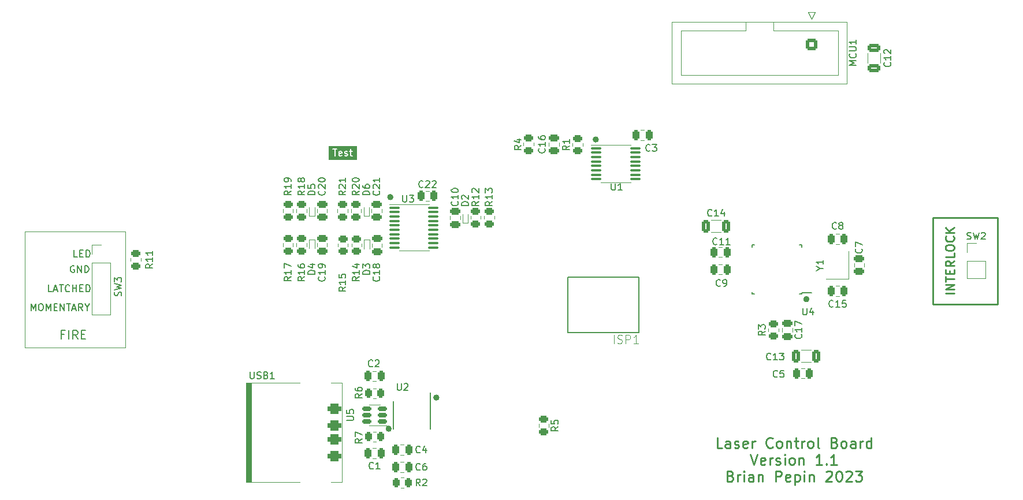
<source format=gbr>
%TF.GenerationSoftware,KiCad,Pcbnew,(6.0.7-1)-1*%
%TF.CreationDate,2022-12-08T22:36:41-08:00*%
%TF.ProjectId,Control,436f6e74-726f-46c2-9e6b-696361645f70,1.1*%
%TF.SameCoordinates,Original*%
%TF.FileFunction,Legend,Top*%
%TF.FilePolarity,Positive*%
%FSLAX46Y46*%
G04 Gerber Fmt 4.6, Leading zero omitted, Abs format (unit mm)*
G04 Created by KiCad (PCBNEW (6.0.7-1)-1) date 2022-12-08 22:36:41*
%MOMM*%
%LPD*%
G01*
G04 APERTURE LIST*
G04 Aperture macros list*
%AMRoundRect*
0 Rectangle with rounded corners*
0 $1 Rounding radius*
0 $2 $3 $4 $5 $6 $7 $8 $9 X,Y pos of 4 corners*
0 Add a 4 corners polygon primitive as box body*
4,1,4,$2,$3,$4,$5,$6,$7,$8,$9,$2,$3,0*
0 Add four circle primitives for the rounded corners*
1,1,$1+$1,$2,$3*
1,1,$1+$1,$4,$5*
1,1,$1+$1,$6,$7*
1,1,$1+$1,$8,$9*
0 Add four rect primitives between the rounded corners*
20,1,$1+$1,$2,$3,$4,$5,0*
20,1,$1+$1,$4,$5,$6,$7,0*
20,1,$1+$1,$6,$7,$8,$9,0*
20,1,$1+$1,$8,$9,$2,$3,0*%
G04 Aperture macros list end*
%ADD10C,0.120000*%
%ADD11C,0.254000*%
%ADD12C,0.500000*%
%ADD13C,0.127000*%
%ADD14C,0.203200*%
%ADD15C,0.150000*%
%ADD16C,0.096520*%
%ADD17C,0.100000*%
%ADD18RoundRect,0.250000X0.250000X0.475000X-0.250000X0.475000X-0.250000X-0.475000X0.250000X-0.475000X0*%
%ADD19RoundRect,0.250000X0.475000X-0.250000X0.475000X0.250000X-0.475000X0.250000X-0.475000X-0.250000X0*%
%ADD20RoundRect,0.250000X-0.250000X-0.475000X0.250000X-0.475000X0.250000X0.475000X-0.250000X0.475000X0*%
%ADD21RoundRect,0.250000X-0.325000X-0.650000X0.325000X-0.650000X0.325000X0.650000X-0.325000X0.650000X0*%
%ADD22RoundRect,0.250000X0.325000X0.650000X-0.325000X0.650000X-0.325000X-0.650000X0.325000X-0.650000X0*%
%ADD23C,2.374900*%
%ADD24C,0.990600*%
%ADD25RoundRect,0.457200X0.000000X0.000000X0.000000X0.000000X0.000000X0.000000X0.000000X0.000000X0*%
%ADD26C,1.612900*%
%ADD27RoundRect,0.250000X-0.600000X0.600000X-0.600000X-0.600000X0.600000X-0.600000X0.600000X0.600000X0*%
%ADD28C,1.700000*%
%ADD29RoundRect,0.250000X0.450000X-0.262500X0.450000X0.262500X-0.450000X0.262500X-0.450000X-0.262500X0*%
%ADD30R,1.700000X1.700000*%
%ADD31O,1.700000X1.700000*%
%ADD32RoundRect,0.100000X-0.637500X-0.100000X0.637500X-0.100000X0.637500X0.100000X-0.637500X0.100000X0*%
%ADD33R,1.600000X0.550000*%
%ADD34R,0.550000X1.600000*%
%ADD35R,1.200000X1.400000*%
%ADD36RoundRect,0.250000X-0.650000X0.325000X-0.650000X-0.325000X0.650000X-0.325000X0.650000X0.325000X0*%
%ADD37RoundRect,0.375000X-0.625000X0.375000X-0.625000X-0.375000X0.625000X-0.375000X0.625000X0.375000X0*%
%ADD38C,4.000000*%
%ADD39RoundRect,0.250000X-0.262500X-0.450000X0.262500X-0.450000X0.262500X0.450000X-0.262500X0.450000X0*%
%ADD40R,0.400000X1.200000*%
%ADD41RoundRect,0.150000X0.512500X0.150000X-0.512500X0.150000X-0.512500X-0.150000X0.512500X-0.150000X0*%
%ADD42C,0.800000*%
%ADD43C,6.000000*%
%ADD44RoundRect,0.250000X-0.475000X0.250000X-0.475000X-0.250000X0.475000X-0.250000X0.475000X0.250000X0*%
%ADD45RoundRect,0.250000X-0.450000X0.262500X-0.450000X-0.262500X0.450000X-0.262500X0.450000X0.262500X0*%
%ADD46R,0.250000X0.360000*%
%ADD47O,4.000000X7.000000*%
%ADD48C,3.000000*%
%ADD49C,2.000000*%
%ADD50R,2.000000X2.000000*%
G04 APERTURE END LIST*
D10*
X135000000Y-83500000D02*
X139000000Y-83500000D01*
X139000000Y-83500000D02*
X139000000Y-85500000D01*
X139000000Y-85500000D02*
X135000000Y-85500000D01*
X135000000Y-85500000D02*
X135000000Y-83500000D01*
G36*
X135000000Y-83500000D02*
G01*
X139000000Y-83500000D01*
X139000000Y-85500000D01*
X135000000Y-85500000D01*
X135000000Y-83500000D01*
G37*
X90424000Y-113030000D02*
X90424000Y-96012000D01*
D11*
X223520000Y-106680000D02*
X223520000Y-93980000D01*
D12*
X174317000Y-82550000D02*
G75*
G03*
X174317000Y-82550000I-200000J0D01*
G01*
X150949000Y-120396000D02*
G75*
G03*
X150949000Y-120396000I-200000J0D01*
G01*
X143964000Y-124968000D02*
G75*
G03*
X143964000Y-124968000I-200000J0D01*
G01*
X205178000Y-105972000D02*
G75*
G03*
X205178000Y-105972000I-200000J0D01*
G01*
D10*
X105156000Y-96012000D02*
X105156000Y-113030000D01*
X90424000Y-96012000D02*
X105156000Y-96012000D01*
X105156000Y-113030000D02*
X90424000Y-113030000D01*
D12*
X144200000Y-91000000D02*
G75*
G03*
X144200000Y-91000000I-200000J0D01*
G01*
D11*
X223520000Y-93980000D02*
X233045000Y-93980000D01*
X233045000Y-106680000D02*
X223520000Y-106680000D01*
X233045000Y-93980000D02*
X233045000Y-106680000D01*
D13*
X94430116Y-104893619D02*
X93946307Y-104893619D01*
X93946307Y-103877619D01*
X94720402Y-104603333D02*
X95204211Y-104603333D01*
X94623640Y-104893619D02*
X94962307Y-103877619D01*
X95300973Y-104893619D01*
X95494497Y-103877619D02*
X96075069Y-103877619D01*
X95784783Y-104893619D02*
X95784783Y-103877619D01*
X96994307Y-104796857D02*
X96945926Y-104845238D01*
X96800783Y-104893619D01*
X96704021Y-104893619D01*
X96558878Y-104845238D01*
X96462116Y-104748476D01*
X96413735Y-104651714D01*
X96365354Y-104458190D01*
X96365354Y-104313047D01*
X96413735Y-104119523D01*
X96462116Y-104022761D01*
X96558878Y-103926000D01*
X96704021Y-103877619D01*
X96800783Y-103877619D01*
X96945926Y-103926000D01*
X96994307Y-103974380D01*
X97429735Y-104893619D02*
X97429735Y-103877619D01*
X97429735Y-104361428D02*
X98010307Y-104361428D01*
X98010307Y-104893619D02*
X98010307Y-103877619D01*
X98494116Y-104361428D02*
X98832783Y-104361428D01*
X98977926Y-104893619D02*
X98494116Y-104893619D01*
X98494116Y-103877619D01*
X98977926Y-103877619D01*
X99413354Y-104893619D02*
X99413354Y-103877619D01*
X99655259Y-103877619D01*
X99800402Y-103926000D01*
X99897164Y-104022761D01*
X99945545Y-104119523D01*
X99993926Y-104313047D01*
X99993926Y-104458190D01*
X99945545Y-104651714D01*
X99897164Y-104748476D01*
X99800402Y-104845238D01*
X99655259Y-104893619D01*
X99413354Y-104893619D01*
X91333259Y-107647619D02*
X91333259Y-106631619D01*
X91671926Y-107357333D01*
X92010592Y-106631619D01*
X92010592Y-107647619D01*
X92687926Y-106631619D02*
X92881450Y-106631619D01*
X92978211Y-106680000D01*
X93074973Y-106776761D01*
X93123354Y-106970285D01*
X93123354Y-107308952D01*
X93074973Y-107502476D01*
X92978211Y-107599238D01*
X92881450Y-107647619D01*
X92687926Y-107647619D01*
X92591164Y-107599238D01*
X92494402Y-107502476D01*
X92446021Y-107308952D01*
X92446021Y-106970285D01*
X92494402Y-106776761D01*
X92591164Y-106680000D01*
X92687926Y-106631619D01*
X93558783Y-107647619D02*
X93558783Y-106631619D01*
X93897450Y-107357333D01*
X94236116Y-106631619D01*
X94236116Y-107647619D01*
X94719926Y-107115428D02*
X95058592Y-107115428D01*
X95203735Y-107647619D02*
X94719926Y-107647619D01*
X94719926Y-106631619D01*
X95203735Y-106631619D01*
X95639164Y-107647619D02*
X95639164Y-106631619D01*
X96219735Y-107647619D01*
X96219735Y-106631619D01*
X96558402Y-106631619D02*
X97138973Y-106631619D01*
X96848688Y-107647619D02*
X96848688Y-106631619D01*
X97429259Y-107357333D02*
X97913069Y-107357333D01*
X97332497Y-107647619D02*
X97671164Y-106631619D01*
X98009830Y-107647619D01*
X98929069Y-107647619D02*
X98590402Y-107163809D01*
X98348497Y-107647619D02*
X98348497Y-106631619D01*
X98735545Y-106631619D01*
X98832307Y-106680000D01*
X98880688Y-106728380D01*
X98929069Y-106825142D01*
X98929069Y-106970285D01*
X98880688Y-107067047D01*
X98832307Y-107115428D01*
X98735545Y-107163809D01*
X98348497Y-107163809D01*
X99558021Y-107163809D02*
X99558021Y-107647619D01*
X99219354Y-106631619D02*
X99558021Y-107163809D01*
X99896688Y-106631619D01*
D11*
X192640857Y-127775788D02*
X191915142Y-127775788D01*
X191915142Y-126251788D01*
X193802000Y-127775788D02*
X193802000Y-126977502D01*
X193729428Y-126832360D01*
X193584285Y-126759788D01*
X193294000Y-126759788D01*
X193148857Y-126832360D01*
X193802000Y-127703217D02*
X193656857Y-127775788D01*
X193294000Y-127775788D01*
X193148857Y-127703217D01*
X193076285Y-127558074D01*
X193076285Y-127412931D01*
X193148857Y-127267788D01*
X193294000Y-127195217D01*
X193656857Y-127195217D01*
X193802000Y-127122645D01*
X194455142Y-127703217D02*
X194600285Y-127775788D01*
X194890571Y-127775788D01*
X195035714Y-127703217D01*
X195108285Y-127558074D01*
X195108285Y-127485502D01*
X195035714Y-127340360D01*
X194890571Y-127267788D01*
X194672857Y-127267788D01*
X194527714Y-127195217D01*
X194455142Y-127050074D01*
X194455142Y-126977502D01*
X194527714Y-126832360D01*
X194672857Y-126759788D01*
X194890571Y-126759788D01*
X195035714Y-126832360D01*
X196342000Y-127703217D02*
X196196857Y-127775788D01*
X195906571Y-127775788D01*
X195761428Y-127703217D01*
X195688857Y-127558074D01*
X195688857Y-126977502D01*
X195761428Y-126832360D01*
X195906571Y-126759788D01*
X196196857Y-126759788D01*
X196342000Y-126832360D01*
X196414571Y-126977502D01*
X196414571Y-127122645D01*
X195688857Y-127267788D01*
X197067714Y-127775788D02*
X197067714Y-126759788D01*
X197067714Y-127050074D02*
X197140285Y-126904931D01*
X197212857Y-126832360D01*
X197358000Y-126759788D01*
X197503142Y-126759788D01*
X200043142Y-127630645D02*
X199970571Y-127703217D01*
X199752857Y-127775788D01*
X199607714Y-127775788D01*
X199390000Y-127703217D01*
X199244857Y-127558074D01*
X199172285Y-127412931D01*
X199099714Y-127122645D01*
X199099714Y-126904931D01*
X199172285Y-126614645D01*
X199244857Y-126469502D01*
X199390000Y-126324360D01*
X199607714Y-126251788D01*
X199752857Y-126251788D01*
X199970571Y-126324360D01*
X200043142Y-126396931D01*
X200914000Y-127775788D02*
X200768857Y-127703217D01*
X200696285Y-127630645D01*
X200623714Y-127485502D01*
X200623714Y-127050074D01*
X200696285Y-126904931D01*
X200768857Y-126832360D01*
X200914000Y-126759788D01*
X201131714Y-126759788D01*
X201276857Y-126832360D01*
X201349428Y-126904931D01*
X201422000Y-127050074D01*
X201422000Y-127485502D01*
X201349428Y-127630645D01*
X201276857Y-127703217D01*
X201131714Y-127775788D01*
X200914000Y-127775788D01*
X202075142Y-126759788D02*
X202075142Y-127775788D01*
X202075142Y-126904931D02*
X202147714Y-126832360D01*
X202292857Y-126759788D01*
X202510571Y-126759788D01*
X202655714Y-126832360D01*
X202728285Y-126977502D01*
X202728285Y-127775788D01*
X203236285Y-126759788D02*
X203816857Y-126759788D01*
X203454000Y-126251788D02*
X203454000Y-127558074D01*
X203526571Y-127703217D01*
X203671714Y-127775788D01*
X203816857Y-127775788D01*
X204324857Y-127775788D02*
X204324857Y-126759788D01*
X204324857Y-127050074D02*
X204397428Y-126904931D01*
X204470000Y-126832360D01*
X204615142Y-126759788D01*
X204760285Y-126759788D01*
X205486000Y-127775788D02*
X205340857Y-127703217D01*
X205268285Y-127630645D01*
X205195714Y-127485502D01*
X205195714Y-127050074D01*
X205268285Y-126904931D01*
X205340857Y-126832360D01*
X205486000Y-126759788D01*
X205703714Y-126759788D01*
X205848857Y-126832360D01*
X205921428Y-126904931D01*
X205994000Y-127050074D01*
X205994000Y-127485502D01*
X205921428Y-127630645D01*
X205848857Y-127703217D01*
X205703714Y-127775788D01*
X205486000Y-127775788D01*
X206864857Y-127775788D02*
X206719714Y-127703217D01*
X206647142Y-127558074D01*
X206647142Y-126251788D01*
X209114571Y-126977502D02*
X209332285Y-127050074D01*
X209404857Y-127122645D01*
X209477428Y-127267788D01*
X209477428Y-127485502D01*
X209404857Y-127630645D01*
X209332285Y-127703217D01*
X209187142Y-127775788D01*
X208606571Y-127775788D01*
X208606571Y-126251788D01*
X209114571Y-126251788D01*
X209259714Y-126324360D01*
X209332285Y-126396931D01*
X209404857Y-126542074D01*
X209404857Y-126687217D01*
X209332285Y-126832360D01*
X209259714Y-126904931D01*
X209114571Y-126977502D01*
X208606571Y-126977502D01*
X210348285Y-127775788D02*
X210203142Y-127703217D01*
X210130571Y-127630645D01*
X210058000Y-127485502D01*
X210058000Y-127050074D01*
X210130571Y-126904931D01*
X210203142Y-126832360D01*
X210348285Y-126759788D01*
X210566000Y-126759788D01*
X210711142Y-126832360D01*
X210783714Y-126904931D01*
X210856285Y-127050074D01*
X210856285Y-127485502D01*
X210783714Y-127630645D01*
X210711142Y-127703217D01*
X210566000Y-127775788D01*
X210348285Y-127775788D01*
X212162571Y-127775788D02*
X212162571Y-126977502D01*
X212090000Y-126832360D01*
X211944857Y-126759788D01*
X211654571Y-126759788D01*
X211509428Y-126832360D01*
X212162571Y-127703217D02*
X212017428Y-127775788D01*
X211654571Y-127775788D01*
X211509428Y-127703217D01*
X211436857Y-127558074D01*
X211436857Y-127412931D01*
X211509428Y-127267788D01*
X211654571Y-127195217D01*
X212017428Y-127195217D01*
X212162571Y-127122645D01*
X212888285Y-127775788D02*
X212888285Y-126759788D01*
X212888285Y-127050074D02*
X212960857Y-126904931D01*
X213033428Y-126832360D01*
X213178571Y-126759788D01*
X213323714Y-126759788D01*
X214484857Y-127775788D02*
X214484857Y-126251788D01*
X214484857Y-127703217D02*
X214339714Y-127775788D01*
X214049428Y-127775788D01*
X213904285Y-127703217D01*
X213831714Y-127630645D01*
X213759142Y-127485502D01*
X213759142Y-127050074D01*
X213831714Y-126904931D01*
X213904285Y-126832360D01*
X214049428Y-126759788D01*
X214339714Y-126759788D01*
X214484857Y-126832360D01*
X196813714Y-128705428D02*
X197321714Y-130229428D01*
X197829714Y-128705428D01*
X198918285Y-130156857D02*
X198773142Y-130229428D01*
X198482857Y-130229428D01*
X198337714Y-130156857D01*
X198265142Y-130011714D01*
X198265142Y-129431142D01*
X198337714Y-129286000D01*
X198482857Y-129213428D01*
X198773142Y-129213428D01*
X198918285Y-129286000D01*
X198990857Y-129431142D01*
X198990857Y-129576285D01*
X198265142Y-129721428D01*
X199644000Y-130229428D02*
X199644000Y-129213428D01*
X199644000Y-129503714D02*
X199716571Y-129358571D01*
X199789142Y-129286000D01*
X199934285Y-129213428D01*
X200079428Y-129213428D01*
X200514857Y-130156857D02*
X200660000Y-130229428D01*
X200950285Y-130229428D01*
X201095428Y-130156857D01*
X201168000Y-130011714D01*
X201168000Y-129939142D01*
X201095428Y-129794000D01*
X200950285Y-129721428D01*
X200732571Y-129721428D01*
X200587428Y-129648857D01*
X200514857Y-129503714D01*
X200514857Y-129431142D01*
X200587428Y-129286000D01*
X200732571Y-129213428D01*
X200950285Y-129213428D01*
X201095428Y-129286000D01*
X201821142Y-130229428D02*
X201821142Y-129213428D01*
X201821142Y-128705428D02*
X201748571Y-128778000D01*
X201821142Y-128850571D01*
X201893714Y-128778000D01*
X201821142Y-128705428D01*
X201821142Y-128850571D01*
X202764571Y-130229428D02*
X202619428Y-130156857D01*
X202546857Y-130084285D01*
X202474285Y-129939142D01*
X202474285Y-129503714D01*
X202546857Y-129358571D01*
X202619428Y-129286000D01*
X202764571Y-129213428D01*
X202982285Y-129213428D01*
X203127428Y-129286000D01*
X203200000Y-129358571D01*
X203272571Y-129503714D01*
X203272571Y-129939142D01*
X203200000Y-130084285D01*
X203127428Y-130156857D01*
X202982285Y-130229428D01*
X202764571Y-130229428D01*
X203925714Y-129213428D02*
X203925714Y-130229428D01*
X203925714Y-129358571D02*
X203998285Y-129286000D01*
X204143428Y-129213428D01*
X204361142Y-129213428D01*
X204506285Y-129286000D01*
X204578857Y-129431142D01*
X204578857Y-130229428D01*
X207264000Y-130229428D02*
X206393142Y-130229428D01*
X206828571Y-130229428D02*
X206828571Y-128705428D01*
X206683428Y-128923142D01*
X206538285Y-129068285D01*
X206393142Y-129140857D01*
X207917142Y-130084285D02*
X207989714Y-130156857D01*
X207917142Y-130229428D01*
X207844571Y-130156857D01*
X207917142Y-130084285D01*
X207917142Y-130229428D01*
X209441142Y-130229428D02*
X208570285Y-130229428D01*
X209005714Y-130229428D02*
X209005714Y-128705428D01*
X208860571Y-128923142D01*
X208715428Y-129068285D01*
X208570285Y-129140857D01*
X193874571Y-131884782D02*
X194092285Y-131957354D01*
X194164857Y-132029925D01*
X194237428Y-132175068D01*
X194237428Y-132392782D01*
X194164857Y-132537925D01*
X194092285Y-132610497D01*
X193947142Y-132683068D01*
X193366571Y-132683068D01*
X193366571Y-131159068D01*
X193874571Y-131159068D01*
X194019714Y-131231640D01*
X194092285Y-131304211D01*
X194164857Y-131449354D01*
X194164857Y-131594497D01*
X194092285Y-131739640D01*
X194019714Y-131812211D01*
X193874571Y-131884782D01*
X193366571Y-131884782D01*
X194890571Y-132683068D02*
X194890571Y-131667068D01*
X194890571Y-131957354D02*
X194963142Y-131812211D01*
X195035714Y-131739640D01*
X195180857Y-131667068D01*
X195326000Y-131667068D01*
X195834000Y-132683068D02*
X195834000Y-131667068D01*
X195834000Y-131159068D02*
X195761428Y-131231640D01*
X195834000Y-131304211D01*
X195906571Y-131231640D01*
X195834000Y-131159068D01*
X195834000Y-131304211D01*
X197212857Y-132683068D02*
X197212857Y-131884782D01*
X197140285Y-131739640D01*
X196995142Y-131667068D01*
X196704857Y-131667068D01*
X196559714Y-131739640D01*
X197212857Y-132610497D02*
X197067714Y-132683068D01*
X196704857Y-132683068D01*
X196559714Y-132610497D01*
X196487142Y-132465354D01*
X196487142Y-132320211D01*
X196559714Y-132175068D01*
X196704857Y-132102497D01*
X197067714Y-132102497D01*
X197212857Y-132029925D01*
X197938571Y-131667068D02*
X197938571Y-132683068D01*
X197938571Y-131812211D02*
X198011142Y-131739640D01*
X198156285Y-131667068D01*
X198374000Y-131667068D01*
X198519142Y-131739640D01*
X198591714Y-131884782D01*
X198591714Y-132683068D01*
X200478571Y-132683068D02*
X200478571Y-131159068D01*
X201059142Y-131159068D01*
X201204285Y-131231640D01*
X201276857Y-131304211D01*
X201349428Y-131449354D01*
X201349428Y-131667068D01*
X201276857Y-131812211D01*
X201204285Y-131884782D01*
X201059142Y-131957354D01*
X200478571Y-131957354D01*
X202583142Y-132610497D02*
X202438000Y-132683068D01*
X202147714Y-132683068D01*
X202002571Y-132610497D01*
X201930000Y-132465354D01*
X201930000Y-131884782D01*
X202002571Y-131739640D01*
X202147714Y-131667068D01*
X202438000Y-131667068D01*
X202583142Y-131739640D01*
X202655714Y-131884782D01*
X202655714Y-132029925D01*
X201930000Y-132175068D01*
X203308857Y-131667068D02*
X203308857Y-133191068D01*
X203308857Y-131739640D02*
X203454000Y-131667068D01*
X203744285Y-131667068D01*
X203889428Y-131739640D01*
X203962000Y-131812211D01*
X204034571Y-131957354D01*
X204034571Y-132392782D01*
X203962000Y-132537925D01*
X203889428Y-132610497D01*
X203744285Y-132683068D01*
X203454000Y-132683068D01*
X203308857Y-132610497D01*
X204687714Y-132683068D02*
X204687714Y-131667068D01*
X204687714Y-131159068D02*
X204615142Y-131231640D01*
X204687714Y-131304211D01*
X204760285Y-131231640D01*
X204687714Y-131159068D01*
X204687714Y-131304211D01*
X205413428Y-131667068D02*
X205413428Y-132683068D01*
X205413428Y-131812211D02*
X205486000Y-131739640D01*
X205631142Y-131667068D01*
X205848857Y-131667068D01*
X205994000Y-131739640D01*
X206066571Y-131884782D01*
X206066571Y-132683068D01*
X207880857Y-131304211D02*
X207953428Y-131231640D01*
X208098571Y-131159068D01*
X208461428Y-131159068D01*
X208606571Y-131231640D01*
X208679142Y-131304211D01*
X208751714Y-131449354D01*
X208751714Y-131594497D01*
X208679142Y-131812211D01*
X207808285Y-132683068D01*
X208751714Y-132683068D01*
X209695142Y-131159068D02*
X209840285Y-131159068D01*
X209985428Y-131231640D01*
X210058000Y-131304211D01*
X210130571Y-131449354D01*
X210203142Y-131739640D01*
X210203142Y-132102497D01*
X210130571Y-132392782D01*
X210058000Y-132537925D01*
X209985428Y-132610497D01*
X209840285Y-132683068D01*
X209695142Y-132683068D01*
X209550000Y-132610497D01*
X209477428Y-132537925D01*
X209404857Y-132392782D01*
X209332285Y-132102497D01*
X209332285Y-131739640D01*
X209404857Y-131449354D01*
X209477428Y-131304211D01*
X209550000Y-131231640D01*
X209695142Y-131159068D01*
X210783714Y-131304211D02*
X210856285Y-131231640D01*
X211001428Y-131159068D01*
X211364285Y-131159068D01*
X211509428Y-131231640D01*
X211582000Y-131304211D01*
X211654571Y-131449354D01*
X211654571Y-131594497D01*
X211582000Y-131812211D01*
X210711142Y-132683068D01*
X211654571Y-132683068D01*
X212162571Y-131159068D02*
X213106000Y-131159068D01*
X212598000Y-131739640D01*
X212815714Y-131739640D01*
X212960857Y-131812211D01*
X213033428Y-131884782D01*
X213106000Y-132029925D01*
X213106000Y-132392782D01*
X213033428Y-132537925D01*
X212960857Y-132610497D01*
X212815714Y-132683068D01*
X212380285Y-132683068D01*
X212235142Y-132610497D01*
X212162571Y-132537925D01*
D13*
X97671164Y-101092000D02*
X97574402Y-101043619D01*
X97429259Y-101043619D01*
X97284116Y-101092000D01*
X97187354Y-101188761D01*
X97138973Y-101285523D01*
X97090592Y-101479047D01*
X97090592Y-101624190D01*
X97138973Y-101817714D01*
X97187354Y-101914476D01*
X97284116Y-102011238D01*
X97429259Y-102059619D01*
X97526021Y-102059619D01*
X97671164Y-102011238D01*
X97719545Y-101962857D01*
X97719545Y-101624190D01*
X97526021Y-101624190D01*
X98154973Y-102059619D02*
X98154973Y-101043619D01*
X98735545Y-102059619D01*
X98735545Y-101043619D01*
X99219354Y-102059619D02*
X99219354Y-101043619D01*
X99461259Y-101043619D01*
X99606402Y-101092000D01*
X99703164Y-101188761D01*
X99751545Y-101285523D01*
X99799926Y-101479047D01*
X99799926Y-101624190D01*
X99751545Y-101817714D01*
X99703164Y-101914476D01*
X99606402Y-102011238D01*
X99461259Y-102059619D01*
X99219354Y-102059619D01*
X98155450Y-99783619D02*
X97671640Y-99783619D01*
X97671640Y-98767619D01*
X98494116Y-99251428D02*
X98832783Y-99251428D01*
X98977926Y-99783619D02*
X98494116Y-99783619D01*
X98494116Y-98767619D01*
X98977926Y-98767619D01*
X99413354Y-99783619D02*
X99413354Y-98767619D01*
X99655259Y-98767619D01*
X99800402Y-98816000D01*
X99897164Y-98912761D01*
X99945545Y-99009523D01*
X99993926Y-99203047D01*
X99993926Y-99348190D01*
X99945545Y-99541714D01*
X99897164Y-99638476D01*
X99800402Y-99735238D01*
X99655259Y-99783619D01*
X99413354Y-99783619D01*
D11*
X226634523Y-105137857D02*
X225364523Y-105137857D01*
X226634523Y-104533095D02*
X225364523Y-104533095D01*
X226634523Y-103807380D01*
X225364523Y-103807380D01*
X225364523Y-103384047D02*
X225364523Y-102658333D01*
X226634523Y-103021190D02*
X225364523Y-103021190D01*
X225969285Y-102235000D02*
X225969285Y-101811666D01*
X226634523Y-101630238D02*
X226634523Y-102235000D01*
X225364523Y-102235000D01*
X225364523Y-101630238D01*
X226634523Y-100360238D02*
X226029761Y-100783571D01*
X226634523Y-101085952D02*
X225364523Y-101085952D01*
X225364523Y-100602142D01*
X225425000Y-100481190D01*
X225485476Y-100420714D01*
X225606428Y-100360238D01*
X225787857Y-100360238D01*
X225908809Y-100420714D01*
X225969285Y-100481190D01*
X226029761Y-100602142D01*
X226029761Y-101085952D01*
X226634523Y-99211190D02*
X226634523Y-99815952D01*
X225364523Y-99815952D01*
X225364523Y-98545952D02*
X225364523Y-98304047D01*
X225425000Y-98183095D01*
X225545952Y-98062142D01*
X225787857Y-98001666D01*
X226211190Y-98001666D01*
X226453095Y-98062142D01*
X226574047Y-98183095D01*
X226634523Y-98304047D01*
X226634523Y-98545952D01*
X226574047Y-98666904D01*
X226453095Y-98787857D01*
X226211190Y-98848333D01*
X225787857Y-98848333D01*
X225545952Y-98787857D01*
X225425000Y-98666904D01*
X225364523Y-98545952D01*
X226513571Y-96731666D02*
X226574047Y-96792142D01*
X226634523Y-96973571D01*
X226634523Y-97094523D01*
X226574047Y-97275952D01*
X226453095Y-97396904D01*
X226332142Y-97457380D01*
X226090238Y-97517857D01*
X225908809Y-97517857D01*
X225666904Y-97457380D01*
X225545952Y-97396904D01*
X225425000Y-97275952D01*
X225364523Y-97094523D01*
X225364523Y-96973571D01*
X225425000Y-96792142D01*
X225485476Y-96731666D01*
X226634523Y-96187380D02*
X225364523Y-96187380D01*
X226634523Y-95461666D02*
X225908809Y-96005952D01*
X225364523Y-95461666D02*
X226090238Y-96187380D01*
D14*
X96205523Y-111161285D02*
X95782190Y-111161285D01*
X95782190Y-111826523D02*
X95782190Y-110556523D01*
X96386952Y-110556523D01*
X96870761Y-111826523D02*
X96870761Y-110556523D01*
X98201238Y-111826523D02*
X97777904Y-111221761D01*
X97475523Y-111826523D02*
X97475523Y-110556523D01*
X97959333Y-110556523D01*
X98080285Y-110617000D01*
X98140761Y-110677476D01*
X98201238Y-110798428D01*
X98201238Y-110979857D01*
X98140761Y-111100809D01*
X98080285Y-111161285D01*
X97959333Y-111221761D01*
X97475523Y-111221761D01*
X98745523Y-111161285D02*
X99168857Y-111161285D01*
X99350285Y-111826523D02*
X98745523Y-111826523D01*
X98745523Y-110556523D01*
X99350285Y-110556523D01*
D15*
%TO.C,C3*%
X182078333Y-84177142D02*
X182030714Y-84224761D01*
X181887857Y-84272380D01*
X181792619Y-84272380D01*
X181649761Y-84224761D01*
X181554523Y-84129523D01*
X181506904Y-84034285D01*
X181459285Y-83843809D01*
X181459285Y-83700952D01*
X181506904Y-83510476D01*
X181554523Y-83415238D01*
X181649761Y-83320000D01*
X181792619Y-83272380D01*
X181887857Y-83272380D01*
X182030714Y-83320000D01*
X182078333Y-83367619D01*
X182411666Y-83272380D02*
X183030714Y-83272380D01*
X182697380Y-83653333D01*
X182840238Y-83653333D01*
X182935476Y-83700952D01*
X182983095Y-83748571D01*
X183030714Y-83843809D01*
X183030714Y-84081904D01*
X182983095Y-84177142D01*
X182935476Y-84224761D01*
X182840238Y-84272380D01*
X182554523Y-84272380D01*
X182459285Y-84224761D01*
X182411666Y-84177142D01*
%TO.C,C5*%
X200747333Y-117324142D02*
X200699714Y-117371761D01*
X200556857Y-117419380D01*
X200461619Y-117419380D01*
X200318761Y-117371761D01*
X200223523Y-117276523D01*
X200175904Y-117181285D01*
X200128285Y-116990809D01*
X200128285Y-116847952D01*
X200175904Y-116657476D01*
X200223523Y-116562238D01*
X200318761Y-116467000D01*
X200461619Y-116419380D01*
X200556857Y-116419380D01*
X200699714Y-116467000D01*
X200747333Y-116514619D01*
X201652095Y-116419380D02*
X201175904Y-116419380D01*
X201128285Y-116895571D01*
X201175904Y-116847952D01*
X201271142Y-116800333D01*
X201509238Y-116800333D01*
X201604476Y-116847952D01*
X201652095Y-116895571D01*
X201699714Y-116990809D01*
X201699714Y-117228904D01*
X201652095Y-117324142D01*
X201604476Y-117371761D01*
X201509238Y-117419380D01*
X201271142Y-117419380D01*
X201175904Y-117371761D01*
X201128285Y-117324142D01*
%TO.C,C7*%
X213082142Y-98591666D02*
X213129761Y-98639285D01*
X213177380Y-98782142D01*
X213177380Y-98877380D01*
X213129761Y-99020238D01*
X213034523Y-99115476D01*
X212939285Y-99163095D01*
X212748809Y-99210714D01*
X212605952Y-99210714D01*
X212415476Y-99163095D01*
X212320238Y-99115476D01*
X212225000Y-99020238D01*
X212177380Y-98877380D01*
X212177380Y-98782142D01*
X212225000Y-98639285D01*
X212272619Y-98591666D01*
X212177380Y-98258333D02*
X212177380Y-97591666D01*
X213177380Y-98020238D01*
%TO.C,C8*%
X209383333Y-95607142D02*
X209335714Y-95654761D01*
X209192857Y-95702380D01*
X209097619Y-95702380D01*
X208954761Y-95654761D01*
X208859523Y-95559523D01*
X208811904Y-95464285D01*
X208764285Y-95273809D01*
X208764285Y-95130952D01*
X208811904Y-94940476D01*
X208859523Y-94845238D01*
X208954761Y-94750000D01*
X209097619Y-94702380D01*
X209192857Y-94702380D01*
X209335714Y-94750000D01*
X209383333Y-94797619D01*
X209954761Y-95130952D02*
X209859523Y-95083333D01*
X209811904Y-95035714D01*
X209764285Y-94940476D01*
X209764285Y-94892857D01*
X209811904Y-94797619D01*
X209859523Y-94750000D01*
X209954761Y-94702380D01*
X210145238Y-94702380D01*
X210240476Y-94750000D01*
X210288095Y-94797619D01*
X210335714Y-94892857D01*
X210335714Y-94940476D01*
X210288095Y-95035714D01*
X210240476Y-95083333D01*
X210145238Y-95130952D01*
X209954761Y-95130952D01*
X209859523Y-95178571D01*
X209811904Y-95226190D01*
X209764285Y-95321428D01*
X209764285Y-95511904D01*
X209811904Y-95607142D01*
X209859523Y-95654761D01*
X209954761Y-95702380D01*
X210145238Y-95702380D01*
X210240476Y-95654761D01*
X210288095Y-95607142D01*
X210335714Y-95511904D01*
X210335714Y-95321428D01*
X210288095Y-95226190D01*
X210240476Y-95178571D01*
X210145238Y-95130952D01*
%TO.C,C9*%
X192365333Y-103989142D02*
X192317714Y-104036761D01*
X192174857Y-104084380D01*
X192079619Y-104084380D01*
X191936761Y-104036761D01*
X191841523Y-103941523D01*
X191793904Y-103846285D01*
X191746285Y-103655809D01*
X191746285Y-103512952D01*
X191793904Y-103322476D01*
X191841523Y-103227238D01*
X191936761Y-103132000D01*
X192079619Y-103084380D01*
X192174857Y-103084380D01*
X192317714Y-103132000D01*
X192365333Y-103179619D01*
X192841523Y-104084380D02*
X193032000Y-104084380D01*
X193127238Y-104036761D01*
X193174857Y-103989142D01*
X193270095Y-103846285D01*
X193317714Y-103655809D01*
X193317714Y-103274857D01*
X193270095Y-103179619D01*
X193222476Y-103132000D01*
X193127238Y-103084380D01*
X192936761Y-103084380D01*
X192841523Y-103132000D01*
X192793904Y-103179619D01*
X192746285Y-103274857D01*
X192746285Y-103512952D01*
X192793904Y-103608190D01*
X192841523Y-103655809D01*
X192936761Y-103703428D01*
X193127238Y-103703428D01*
X193222476Y-103655809D01*
X193270095Y-103608190D01*
X193317714Y-103512952D01*
%TO.C,C11*%
X191889142Y-97893142D02*
X191841523Y-97940761D01*
X191698666Y-97988380D01*
X191603428Y-97988380D01*
X191460571Y-97940761D01*
X191365333Y-97845523D01*
X191317714Y-97750285D01*
X191270095Y-97559809D01*
X191270095Y-97416952D01*
X191317714Y-97226476D01*
X191365333Y-97131238D01*
X191460571Y-97036000D01*
X191603428Y-96988380D01*
X191698666Y-96988380D01*
X191841523Y-97036000D01*
X191889142Y-97083619D01*
X192841523Y-97988380D02*
X192270095Y-97988380D01*
X192555809Y-97988380D02*
X192555809Y-96988380D01*
X192460571Y-97131238D01*
X192365333Y-97226476D01*
X192270095Y-97274095D01*
X193793904Y-97988380D02*
X193222476Y-97988380D01*
X193508190Y-97988380D02*
X193508190Y-96988380D01*
X193412952Y-97131238D01*
X193317714Y-97226476D01*
X193222476Y-97274095D01*
%TO.C,C13*%
X199763142Y-114784142D02*
X199715523Y-114831761D01*
X199572666Y-114879380D01*
X199477428Y-114879380D01*
X199334571Y-114831761D01*
X199239333Y-114736523D01*
X199191714Y-114641285D01*
X199144095Y-114450809D01*
X199144095Y-114307952D01*
X199191714Y-114117476D01*
X199239333Y-114022238D01*
X199334571Y-113927000D01*
X199477428Y-113879380D01*
X199572666Y-113879380D01*
X199715523Y-113927000D01*
X199763142Y-113974619D01*
X200715523Y-114879380D02*
X200144095Y-114879380D01*
X200429809Y-114879380D02*
X200429809Y-113879380D01*
X200334571Y-114022238D01*
X200239333Y-114117476D01*
X200144095Y-114165095D01*
X201048857Y-113879380D02*
X201667904Y-113879380D01*
X201334571Y-114260333D01*
X201477428Y-114260333D01*
X201572666Y-114307952D01*
X201620285Y-114355571D01*
X201667904Y-114450809D01*
X201667904Y-114688904D01*
X201620285Y-114784142D01*
X201572666Y-114831761D01*
X201477428Y-114879380D01*
X201191714Y-114879380D01*
X201096476Y-114831761D01*
X201048857Y-114784142D01*
%TO.C,C14*%
X191127142Y-93702142D02*
X191079523Y-93749761D01*
X190936666Y-93797380D01*
X190841428Y-93797380D01*
X190698571Y-93749761D01*
X190603333Y-93654523D01*
X190555714Y-93559285D01*
X190508095Y-93368809D01*
X190508095Y-93225952D01*
X190555714Y-93035476D01*
X190603333Y-92940238D01*
X190698571Y-92845000D01*
X190841428Y-92797380D01*
X190936666Y-92797380D01*
X191079523Y-92845000D01*
X191127142Y-92892619D01*
X192079523Y-93797380D02*
X191508095Y-93797380D01*
X191793809Y-93797380D02*
X191793809Y-92797380D01*
X191698571Y-92940238D01*
X191603333Y-93035476D01*
X191508095Y-93083095D01*
X192936666Y-93130714D02*
X192936666Y-93797380D01*
X192698571Y-92749761D02*
X192460476Y-93464047D01*
X193079523Y-93464047D01*
D16*
%TO.C,ISP1*%
X176785755Y-112438898D02*
X176785755Y-111232398D01*
X177302827Y-112381446D02*
X177475184Y-112438898D01*
X177762446Y-112438898D01*
X177877351Y-112381446D01*
X177934803Y-112323993D01*
X177992255Y-112209089D01*
X177992255Y-112094184D01*
X177934803Y-111979279D01*
X177877351Y-111921827D01*
X177762446Y-111864374D01*
X177532636Y-111806922D01*
X177417732Y-111749470D01*
X177360279Y-111692017D01*
X177302827Y-111577112D01*
X177302827Y-111462208D01*
X177360279Y-111347303D01*
X177417732Y-111289851D01*
X177532636Y-111232398D01*
X177819898Y-111232398D01*
X177992255Y-111289851D01*
X178509327Y-112438898D02*
X178509327Y-111232398D01*
X178968946Y-111232398D01*
X179083851Y-111289851D01*
X179141303Y-111347303D01*
X179198755Y-111462208D01*
X179198755Y-111634565D01*
X179141303Y-111749470D01*
X179083851Y-111806922D01*
X178968946Y-111864374D01*
X178509327Y-111864374D01*
X180347803Y-112438898D02*
X179658374Y-112438898D01*
X180003089Y-112438898D02*
X180003089Y-111232398D01*
X179888184Y-111404755D01*
X179773279Y-111519660D01*
X179658374Y-111577112D01*
D15*
%TO.C,MCU1*%
X212292380Y-71683333D02*
X211292380Y-71683333D01*
X212006666Y-71350000D01*
X211292380Y-71016666D01*
X212292380Y-71016666D01*
X212197142Y-69969047D02*
X212244761Y-70016666D01*
X212292380Y-70159523D01*
X212292380Y-70254761D01*
X212244761Y-70397619D01*
X212149523Y-70492857D01*
X212054285Y-70540476D01*
X211863809Y-70588095D01*
X211720952Y-70588095D01*
X211530476Y-70540476D01*
X211435238Y-70492857D01*
X211340000Y-70397619D01*
X211292380Y-70254761D01*
X211292380Y-70159523D01*
X211340000Y-70016666D01*
X211387619Y-69969047D01*
X211292380Y-69540476D02*
X212101904Y-69540476D01*
X212197142Y-69492857D01*
X212244761Y-69445238D01*
X212292380Y-69350000D01*
X212292380Y-69159523D01*
X212244761Y-69064285D01*
X212197142Y-69016666D01*
X212101904Y-68969047D01*
X211292380Y-68969047D01*
X212292380Y-67969047D02*
X212292380Y-68540476D01*
X212292380Y-68254761D02*
X211292380Y-68254761D01*
X211435238Y-68350000D01*
X211530476Y-68445238D01*
X211578095Y-68540476D01*
%TO.C,R1*%
X170252380Y-83478666D02*
X169776190Y-83812000D01*
X170252380Y-84050095D02*
X169252380Y-84050095D01*
X169252380Y-83669142D01*
X169300000Y-83573904D01*
X169347619Y-83526285D01*
X169442857Y-83478666D01*
X169585714Y-83478666D01*
X169680952Y-83526285D01*
X169728571Y-83573904D01*
X169776190Y-83669142D01*
X169776190Y-84050095D01*
X170252380Y-82526285D02*
X170252380Y-83097714D01*
X170252380Y-82812000D02*
X169252380Y-82812000D01*
X169395238Y-82907238D01*
X169490476Y-83002476D01*
X169538095Y-83097714D01*
%TO.C,R3*%
X198954380Y-110656666D02*
X198478190Y-110990000D01*
X198954380Y-111228095D02*
X197954380Y-111228095D01*
X197954380Y-110847142D01*
X198002000Y-110751904D01*
X198049619Y-110704285D01*
X198144857Y-110656666D01*
X198287714Y-110656666D01*
X198382952Y-110704285D01*
X198430571Y-110751904D01*
X198478190Y-110847142D01*
X198478190Y-111228095D01*
X197954380Y-110323333D02*
X197954380Y-109704285D01*
X198335333Y-110037619D01*
X198335333Y-109894761D01*
X198382952Y-109799523D01*
X198430571Y-109751904D01*
X198525809Y-109704285D01*
X198763904Y-109704285D01*
X198859142Y-109751904D01*
X198906761Y-109799523D01*
X198954380Y-109894761D01*
X198954380Y-110180476D01*
X198906761Y-110275714D01*
X198859142Y-110323333D01*
%TO.C,SW2*%
X228536666Y-97134761D02*
X228679523Y-97182380D01*
X228917619Y-97182380D01*
X229012857Y-97134761D01*
X229060476Y-97087142D01*
X229108095Y-96991904D01*
X229108095Y-96896666D01*
X229060476Y-96801428D01*
X229012857Y-96753809D01*
X228917619Y-96706190D01*
X228727142Y-96658571D01*
X228631904Y-96610952D01*
X228584285Y-96563333D01*
X228536666Y-96468095D01*
X228536666Y-96372857D01*
X228584285Y-96277619D01*
X228631904Y-96230000D01*
X228727142Y-96182380D01*
X228965238Y-96182380D01*
X229108095Y-96230000D01*
X229441428Y-96182380D02*
X229679523Y-97182380D01*
X229870000Y-96468095D01*
X230060476Y-97182380D01*
X230298571Y-96182380D01*
X230631904Y-96277619D02*
X230679523Y-96230000D01*
X230774761Y-96182380D01*
X231012857Y-96182380D01*
X231108095Y-96230000D01*
X231155714Y-96277619D01*
X231203333Y-96372857D01*
X231203333Y-96468095D01*
X231155714Y-96610952D01*
X230584285Y-97182380D01*
X231203333Y-97182380D01*
%TO.C,U1*%
X176403095Y-88987380D02*
X176403095Y-89796904D01*
X176450714Y-89892142D01*
X176498333Y-89939761D01*
X176593571Y-89987380D01*
X176784047Y-89987380D01*
X176879285Y-89939761D01*
X176926904Y-89892142D01*
X176974523Y-89796904D01*
X176974523Y-88987380D01*
X177974523Y-89987380D02*
X177403095Y-89987380D01*
X177688809Y-89987380D02*
X177688809Y-88987380D01*
X177593571Y-89130238D01*
X177498333Y-89225476D01*
X177403095Y-89273095D01*
%TO.C,U4*%
X204470095Y-107275380D02*
X204470095Y-108084904D01*
X204517714Y-108180142D01*
X204565333Y-108227761D01*
X204660571Y-108275380D01*
X204851047Y-108275380D01*
X204946285Y-108227761D01*
X204993904Y-108180142D01*
X205041523Y-108084904D01*
X205041523Y-107275380D01*
X205946285Y-107608714D02*
X205946285Y-108275380D01*
X205708190Y-107227761D02*
X205470095Y-107942047D01*
X206089142Y-107942047D01*
%TO.C,Y1*%
X206986190Y-101441190D02*
X207462380Y-101441190D01*
X206462380Y-101774523D02*
X206986190Y-101441190D01*
X206462380Y-101107857D01*
X207462380Y-100250714D02*
X207462380Y-100822142D01*
X207462380Y-100536428D02*
X206462380Y-100536428D01*
X206605238Y-100631666D01*
X206700476Y-100726904D01*
X206748095Y-100822142D01*
%TO.C,C15*%
X208907142Y-107037142D02*
X208859523Y-107084761D01*
X208716666Y-107132380D01*
X208621428Y-107132380D01*
X208478571Y-107084761D01*
X208383333Y-106989523D01*
X208335714Y-106894285D01*
X208288095Y-106703809D01*
X208288095Y-106560952D01*
X208335714Y-106370476D01*
X208383333Y-106275238D01*
X208478571Y-106180000D01*
X208621428Y-106132380D01*
X208716666Y-106132380D01*
X208859523Y-106180000D01*
X208907142Y-106227619D01*
X209859523Y-107132380D02*
X209288095Y-107132380D01*
X209573809Y-107132380D02*
X209573809Y-106132380D01*
X209478571Y-106275238D01*
X209383333Y-106370476D01*
X209288095Y-106418095D01*
X210764285Y-106132380D02*
X210288095Y-106132380D01*
X210240476Y-106608571D01*
X210288095Y-106560952D01*
X210383333Y-106513333D01*
X210621428Y-106513333D01*
X210716666Y-106560952D01*
X210764285Y-106608571D01*
X210811904Y-106703809D01*
X210811904Y-106941904D01*
X210764285Y-107037142D01*
X210716666Y-107084761D01*
X210621428Y-107132380D01*
X210383333Y-107132380D01*
X210288095Y-107084761D01*
X210240476Y-107037142D01*
%TO.C,C12*%
X217273142Y-71254857D02*
X217320761Y-71302476D01*
X217368380Y-71445333D01*
X217368380Y-71540571D01*
X217320761Y-71683428D01*
X217225523Y-71778666D01*
X217130285Y-71826285D01*
X216939809Y-71873904D01*
X216796952Y-71873904D01*
X216606476Y-71826285D01*
X216511238Y-71778666D01*
X216416000Y-71683428D01*
X216368380Y-71540571D01*
X216368380Y-71445333D01*
X216416000Y-71302476D01*
X216463619Y-71254857D01*
X217368380Y-70302476D02*
X217368380Y-70873904D01*
X217368380Y-70588190D02*
X216368380Y-70588190D01*
X216511238Y-70683428D01*
X216606476Y-70778666D01*
X216654095Y-70873904D01*
X216463619Y-69921523D02*
X216416000Y-69873904D01*
X216368380Y-69778666D01*
X216368380Y-69540571D01*
X216416000Y-69445333D01*
X216463619Y-69397714D01*
X216558857Y-69350095D01*
X216654095Y-69350095D01*
X216796952Y-69397714D01*
X217368380Y-69969142D01*
X217368380Y-69350095D01*
%TO.C,USB1*%
X123451904Y-116627380D02*
X123451904Y-117436904D01*
X123499523Y-117532142D01*
X123547142Y-117579761D01*
X123642380Y-117627380D01*
X123832857Y-117627380D01*
X123928095Y-117579761D01*
X123975714Y-117532142D01*
X124023333Y-117436904D01*
X124023333Y-116627380D01*
X124451904Y-117579761D02*
X124594761Y-117627380D01*
X124832857Y-117627380D01*
X124928095Y-117579761D01*
X124975714Y-117532142D01*
X125023333Y-117436904D01*
X125023333Y-117341666D01*
X124975714Y-117246428D01*
X124928095Y-117198809D01*
X124832857Y-117151190D01*
X124642380Y-117103571D01*
X124547142Y-117055952D01*
X124499523Y-117008333D01*
X124451904Y-116913095D01*
X124451904Y-116817857D01*
X124499523Y-116722619D01*
X124547142Y-116675000D01*
X124642380Y-116627380D01*
X124880476Y-116627380D01*
X125023333Y-116675000D01*
X125785238Y-117103571D02*
X125928095Y-117151190D01*
X125975714Y-117198809D01*
X126023333Y-117294047D01*
X126023333Y-117436904D01*
X125975714Y-117532142D01*
X125928095Y-117579761D01*
X125832857Y-117627380D01*
X125451904Y-117627380D01*
X125451904Y-116627380D01*
X125785238Y-116627380D01*
X125880476Y-116675000D01*
X125928095Y-116722619D01*
X125975714Y-116817857D01*
X125975714Y-116913095D01*
X125928095Y-117008333D01*
X125880476Y-117055952D01*
X125785238Y-117103571D01*
X125451904Y-117103571D01*
X126975714Y-117627380D02*
X126404285Y-117627380D01*
X126690000Y-117627380D02*
X126690000Y-116627380D01*
X126594761Y-116770238D01*
X126499523Y-116865476D01*
X126404285Y-116913095D01*
%TO.C,R2*%
X148377333Y-133331380D02*
X148044000Y-132855190D01*
X147805904Y-133331380D02*
X147805904Y-132331380D01*
X148186857Y-132331380D01*
X148282095Y-132379000D01*
X148329714Y-132426619D01*
X148377333Y-132521857D01*
X148377333Y-132664714D01*
X148329714Y-132759952D01*
X148282095Y-132807571D01*
X148186857Y-132855190D01*
X147805904Y-132855190D01*
X148758285Y-132426619D02*
X148805904Y-132379000D01*
X148901142Y-132331380D01*
X149139238Y-132331380D01*
X149234476Y-132379000D01*
X149282095Y-132426619D01*
X149329714Y-132521857D01*
X149329714Y-132617095D01*
X149282095Y-132759952D01*
X148710666Y-133331380D01*
X149329714Y-133331380D01*
%TO.C,R6*%
X139852380Y-119837666D02*
X139376190Y-120171000D01*
X139852380Y-120409095D02*
X138852380Y-120409095D01*
X138852380Y-120028142D01*
X138900000Y-119932904D01*
X138947619Y-119885285D01*
X139042857Y-119837666D01*
X139185714Y-119837666D01*
X139280952Y-119885285D01*
X139328571Y-119932904D01*
X139376190Y-120028142D01*
X139376190Y-120409095D01*
X138852380Y-118980523D02*
X138852380Y-119171000D01*
X138900000Y-119266238D01*
X138947619Y-119313857D01*
X139090476Y-119409095D01*
X139280952Y-119456714D01*
X139661904Y-119456714D01*
X139757142Y-119409095D01*
X139804761Y-119361476D01*
X139852380Y-119266238D01*
X139852380Y-119075761D01*
X139804761Y-118980523D01*
X139757142Y-118932904D01*
X139661904Y-118885285D01*
X139423809Y-118885285D01*
X139328571Y-118932904D01*
X139280952Y-118980523D01*
X139233333Y-119075761D01*
X139233333Y-119266238D01*
X139280952Y-119361476D01*
X139328571Y-119409095D01*
X139423809Y-119456714D01*
%TO.C,U2*%
X145034095Y-118324380D02*
X145034095Y-119133904D01*
X145081714Y-119229142D01*
X145129333Y-119276761D01*
X145224571Y-119324380D01*
X145415047Y-119324380D01*
X145510285Y-119276761D01*
X145557904Y-119229142D01*
X145605523Y-119133904D01*
X145605523Y-118324380D01*
X146034095Y-118419619D02*
X146081714Y-118372000D01*
X146176952Y-118324380D01*
X146415047Y-118324380D01*
X146510285Y-118372000D01*
X146557904Y-118419619D01*
X146605523Y-118514857D01*
X146605523Y-118610095D01*
X146557904Y-118752952D01*
X145986476Y-119324380D01*
X146605523Y-119324380D01*
%TO.C,U5*%
X137628380Y-123734904D02*
X138437904Y-123734904D01*
X138533142Y-123687285D01*
X138580761Y-123639666D01*
X138628380Y-123544428D01*
X138628380Y-123353952D01*
X138580761Y-123258714D01*
X138533142Y-123211095D01*
X138437904Y-123163476D01*
X137628380Y-123163476D01*
X137628380Y-122211095D02*
X137628380Y-122687285D01*
X138104571Y-122734904D01*
X138056952Y-122687285D01*
X138009333Y-122592047D01*
X138009333Y-122353952D01*
X138056952Y-122258714D01*
X138104571Y-122211095D01*
X138199809Y-122163476D01*
X138437904Y-122163476D01*
X138533142Y-122211095D01*
X138580761Y-122258714D01*
X138628380Y-122353952D01*
X138628380Y-122592047D01*
X138580761Y-122687285D01*
X138533142Y-122734904D01*
%TO.C,R7*%
X139852380Y-126441666D02*
X139376190Y-126775000D01*
X139852380Y-127013095D02*
X138852380Y-127013095D01*
X138852380Y-126632142D01*
X138900000Y-126536904D01*
X138947619Y-126489285D01*
X139042857Y-126441666D01*
X139185714Y-126441666D01*
X139280952Y-126489285D01*
X139328571Y-126536904D01*
X139376190Y-126632142D01*
X139376190Y-127013095D01*
X138852380Y-126108333D02*
X138852380Y-125441666D01*
X139852380Y-125870238D01*
%TO.C,C6*%
X148377333Y-130950142D02*
X148329714Y-130997761D01*
X148186857Y-131045380D01*
X148091619Y-131045380D01*
X147948761Y-130997761D01*
X147853523Y-130902523D01*
X147805904Y-130807285D01*
X147758285Y-130616809D01*
X147758285Y-130473952D01*
X147805904Y-130283476D01*
X147853523Y-130188238D01*
X147948761Y-130093000D01*
X148091619Y-130045380D01*
X148186857Y-130045380D01*
X148329714Y-130093000D01*
X148377333Y-130140619D01*
X149234476Y-130045380D02*
X149044000Y-130045380D01*
X148948761Y-130093000D01*
X148901142Y-130140619D01*
X148805904Y-130283476D01*
X148758285Y-130473952D01*
X148758285Y-130854904D01*
X148805904Y-130950142D01*
X148853523Y-130997761D01*
X148948761Y-131045380D01*
X149139238Y-131045380D01*
X149234476Y-130997761D01*
X149282095Y-130950142D01*
X149329714Y-130854904D01*
X149329714Y-130616809D01*
X149282095Y-130521571D01*
X149234476Y-130473952D01*
X149139238Y-130426333D01*
X148948761Y-130426333D01*
X148853523Y-130473952D01*
X148805904Y-130521571D01*
X148758285Y-130616809D01*
%TO.C,C2*%
X141423333Y-115792142D02*
X141375714Y-115839761D01*
X141232857Y-115887380D01*
X141137619Y-115887380D01*
X140994761Y-115839761D01*
X140899523Y-115744523D01*
X140851904Y-115649285D01*
X140804285Y-115458809D01*
X140804285Y-115315952D01*
X140851904Y-115125476D01*
X140899523Y-115030238D01*
X140994761Y-114935000D01*
X141137619Y-114887380D01*
X141232857Y-114887380D01*
X141375714Y-114935000D01*
X141423333Y-114982619D01*
X141804285Y-114982619D02*
X141851904Y-114935000D01*
X141947142Y-114887380D01*
X142185238Y-114887380D01*
X142280476Y-114935000D01*
X142328095Y-114982619D01*
X142375714Y-115077857D01*
X142375714Y-115173095D01*
X142328095Y-115315952D01*
X141756666Y-115887380D01*
X142375714Y-115887380D01*
%TO.C,C4*%
X148377333Y-128410142D02*
X148329714Y-128457761D01*
X148186857Y-128505380D01*
X148091619Y-128505380D01*
X147948761Y-128457761D01*
X147853523Y-128362523D01*
X147805904Y-128267285D01*
X147758285Y-128076809D01*
X147758285Y-127933952D01*
X147805904Y-127743476D01*
X147853523Y-127648238D01*
X147948761Y-127553000D01*
X148091619Y-127505380D01*
X148186857Y-127505380D01*
X148329714Y-127553000D01*
X148377333Y-127600619D01*
X149234476Y-127838714D02*
X149234476Y-128505380D01*
X148996380Y-127457761D02*
X148758285Y-128172047D01*
X149377333Y-128172047D01*
%TO.C,C1*%
X141523333Y-130792142D02*
X141475714Y-130839761D01*
X141332857Y-130887380D01*
X141237619Y-130887380D01*
X141094761Y-130839761D01*
X140999523Y-130744523D01*
X140951904Y-130649285D01*
X140904285Y-130458809D01*
X140904285Y-130315952D01*
X140951904Y-130125476D01*
X140999523Y-130030238D01*
X141094761Y-129935000D01*
X141237619Y-129887380D01*
X141332857Y-129887380D01*
X141475714Y-129935000D01*
X141523333Y-129982619D01*
X142475714Y-130887380D02*
X141904285Y-130887380D01*
X142190000Y-130887380D02*
X142190000Y-129887380D01*
X142094761Y-130030238D01*
X141999523Y-130125476D01*
X141904285Y-130173095D01*
%TO.C,C16*%
X166607142Y-83892857D02*
X166654761Y-83940476D01*
X166702380Y-84083333D01*
X166702380Y-84178571D01*
X166654761Y-84321428D01*
X166559523Y-84416666D01*
X166464285Y-84464285D01*
X166273809Y-84511904D01*
X166130952Y-84511904D01*
X165940476Y-84464285D01*
X165845238Y-84416666D01*
X165750000Y-84321428D01*
X165702380Y-84178571D01*
X165702380Y-84083333D01*
X165750000Y-83940476D01*
X165797619Y-83892857D01*
X166702380Y-82940476D02*
X166702380Y-83511904D01*
X166702380Y-83226190D02*
X165702380Y-83226190D01*
X165845238Y-83321428D01*
X165940476Y-83416666D01*
X165988095Y-83511904D01*
X165702380Y-82083333D02*
X165702380Y-82273809D01*
X165750000Y-82369047D01*
X165797619Y-82416666D01*
X165940476Y-82511904D01*
X166130952Y-82559523D01*
X166511904Y-82559523D01*
X166607142Y-82511904D01*
X166654761Y-82464285D01*
X166702380Y-82369047D01*
X166702380Y-82178571D01*
X166654761Y-82083333D01*
X166607142Y-82035714D01*
X166511904Y-81988095D01*
X166273809Y-81988095D01*
X166178571Y-82035714D01*
X166130952Y-82083333D01*
X166083333Y-82178571D01*
X166083333Y-82369047D01*
X166130952Y-82464285D01*
X166178571Y-82511904D01*
X166273809Y-82559523D01*
%TO.C,R4*%
X163202380Y-83416666D02*
X162726190Y-83750000D01*
X163202380Y-83988095D02*
X162202380Y-83988095D01*
X162202380Y-83607142D01*
X162250000Y-83511904D01*
X162297619Y-83464285D01*
X162392857Y-83416666D01*
X162535714Y-83416666D01*
X162630952Y-83464285D01*
X162678571Y-83511904D01*
X162726190Y-83607142D01*
X162726190Y-83988095D01*
X162535714Y-82559523D02*
X163202380Y-82559523D01*
X162154761Y-82797619D02*
X162869047Y-83035714D01*
X162869047Y-82416666D01*
%TO.C,R5*%
X168602380Y-124666666D02*
X168126190Y-125000000D01*
X168602380Y-125238095D02*
X167602380Y-125238095D01*
X167602380Y-124857142D01*
X167650000Y-124761904D01*
X167697619Y-124714285D01*
X167792857Y-124666666D01*
X167935714Y-124666666D01*
X168030952Y-124714285D01*
X168078571Y-124761904D01*
X168126190Y-124857142D01*
X168126190Y-125238095D01*
X167602380Y-123761904D02*
X167602380Y-124238095D01*
X168078571Y-124285714D01*
X168030952Y-124238095D01*
X167983333Y-124142857D01*
X167983333Y-123904761D01*
X168030952Y-123809523D01*
X168078571Y-123761904D01*
X168173809Y-123714285D01*
X168411904Y-123714285D01*
X168507142Y-123761904D01*
X168554761Y-123809523D01*
X168602380Y-123904761D01*
X168602380Y-124142857D01*
X168554761Y-124238095D01*
X168507142Y-124285714D01*
%TO.C,R19*%
X129452380Y-90092976D02*
X128976190Y-90426309D01*
X129452380Y-90664404D02*
X128452380Y-90664404D01*
X128452380Y-90283452D01*
X128500000Y-90188214D01*
X128547619Y-90140595D01*
X128642857Y-90092976D01*
X128785714Y-90092976D01*
X128880952Y-90140595D01*
X128928571Y-90188214D01*
X128976190Y-90283452D01*
X128976190Y-90664404D01*
X129452380Y-89140595D02*
X129452380Y-89712023D01*
X129452380Y-89426309D02*
X128452380Y-89426309D01*
X128595238Y-89521547D01*
X128690476Y-89616785D01*
X128738095Y-89712023D01*
X129452380Y-88664404D02*
X129452380Y-88473928D01*
X129404761Y-88378690D01*
X129357142Y-88331071D01*
X129214285Y-88235833D01*
X129023809Y-88188214D01*
X128642857Y-88188214D01*
X128547619Y-88235833D01*
X128500000Y-88283452D01*
X128452380Y-88378690D01*
X128452380Y-88569166D01*
X128500000Y-88664404D01*
X128547619Y-88712023D01*
X128642857Y-88759642D01*
X128880952Y-88759642D01*
X128976190Y-88712023D01*
X129023809Y-88664404D01*
X129071428Y-88569166D01*
X129071428Y-88378690D01*
X129023809Y-88283452D01*
X128976190Y-88235833D01*
X128880952Y-88188214D01*
%TO.C,R11*%
X109164380Y-100822357D02*
X108688190Y-101155690D01*
X109164380Y-101393785D02*
X108164380Y-101393785D01*
X108164380Y-101012833D01*
X108212000Y-100917595D01*
X108259619Y-100869976D01*
X108354857Y-100822357D01*
X108497714Y-100822357D01*
X108592952Y-100869976D01*
X108640571Y-100917595D01*
X108688190Y-101012833D01*
X108688190Y-101393785D01*
X109164380Y-99869976D02*
X109164380Y-100441404D01*
X109164380Y-100155690D02*
X108164380Y-100155690D01*
X108307238Y-100250928D01*
X108402476Y-100346166D01*
X108450095Y-100441404D01*
X109164380Y-98917595D02*
X109164380Y-99489023D01*
X109164380Y-99203309D02*
X108164380Y-99203309D01*
X108307238Y-99298547D01*
X108402476Y-99393785D01*
X108450095Y-99489023D01*
%TO.C,R21*%
X137452380Y-90092976D02*
X136976190Y-90426309D01*
X137452380Y-90664404D02*
X136452380Y-90664404D01*
X136452380Y-90283452D01*
X136500000Y-90188214D01*
X136547619Y-90140595D01*
X136642857Y-90092976D01*
X136785714Y-90092976D01*
X136880952Y-90140595D01*
X136928571Y-90188214D01*
X136976190Y-90283452D01*
X136976190Y-90664404D01*
X136547619Y-89712023D02*
X136500000Y-89664404D01*
X136452380Y-89569166D01*
X136452380Y-89331071D01*
X136500000Y-89235833D01*
X136547619Y-89188214D01*
X136642857Y-89140595D01*
X136738095Y-89140595D01*
X136880952Y-89188214D01*
X137452380Y-89759642D01*
X137452380Y-89140595D01*
X137452380Y-88188214D02*
X137452380Y-88759642D01*
X137452380Y-88473928D02*
X136452380Y-88473928D01*
X136595238Y-88569166D01*
X136690476Y-88664404D01*
X136738095Y-88759642D01*
%TO.C,R18*%
X131452380Y-90092976D02*
X130976190Y-90426309D01*
X131452380Y-90664404D02*
X130452380Y-90664404D01*
X130452380Y-90283452D01*
X130500000Y-90188214D01*
X130547619Y-90140595D01*
X130642857Y-90092976D01*
X130785714Y-90092976D01*
X130880952Y-90140595D01*
X130928571Y-90188214D01*
X130976190Y-90283452D01*
X130976190Y-90664404D01*
X131452380Y-89140595D02*
X131452380Y-89712023D01*
X131452380Y-89426309D02*
X130452380Y-89426309D01*
X130595238Y-89521547D01*
X130690476Y-89616785D01*
X130738095Y-89712023D01*
X130880952Y-88569166D02*
X130833333Y-88664404D01*
X130785714Y-88712023D01*
X130690476Y-88759642D01*
X130642857Y-88759642D01*
X130547619Y-88712023D01*
X130500000Y-88664404D01*
X130452380Y-88569166D01*
X130452380Y-88378690D01*
X130500000Y-88283452D01*
X130547619Y-88235833D01*
X130642857Y-88188214D01*
X130690476Y-88188214D01*
X130785714Y-88235833D01*
X130833333Y-88283452D01*
X130880952Y-88378690D01*
X130880952Y-88569166D01*
X130928571Y-88664404D01*
X130976190Y-88712023D01*
X131071428Y-88759642D01*
X131261904Y-88759642D01*
X131357142Y-88712023D01*
X131404761Y-88664404D01*
X131452380Y-88569166D01*
X131452380Y-88378690D01*
X131404761Y-88283452D01*
X131357142Y-88235833D01*
X131261904Y-88188214D01*
X131071428Y-88188214D01*
X130976190Y-88235833D01*
X130928571Y-88283452D01*
X130880952Y-88378690D01*
%TO.C,D6*%
X140952380Y-90664404D02*
X139952380Y-90664404D01*
X139952380Y-90426309D01*
X140000000Y-90283452D01*
X140095238Y-90188214D01*
X140190476Y-90140595D01*
X140380952Y-90092976D01*
X140523809Y-90092976D01*
X140714285Y-90140595D01*
X140809523Y-90188214D01*
X140904761Y-90283452D01*
X140952380Y-90426309D01*
X140952380Y-90664404D01*
X139952380Y-89235833D02*
X139952380Y-89426309D01*
X140000000Y-89521547D01*
X140047619Y-89569166D01*
X140190476Y-89664404D01*
X140380952Y-89712023D01*
X140761904Y-89712023D01*
X140857142Y-89664404D01*
X140904761Y-89616785D01*
X140952380Y-89521547D01*
X140952380Y-89331071D01*
X140904761Y-89235833D01*
X140857142Y-89188214D01*
X140761904Y-89140595D01*
X140523809Y-89140595D01*
X140428571Y-89188214D01*
X140380952Y-89235833D01*
X140333333Y-89331071D01*
X140333333Y-89521547D01*
X140380952Y-89616785D01*
X140428571Y-89664404D01*
X140523809Y-89712023D01*
%TO.C,C22*%
X148802142Y-89517142D02*
X148754523Y-89564761D01*
X148611666Y-89612380D01*
X148516428Y-89612380D01*
X148373571Y-89564761D01*
X148278333Y-89469523D01*
X148230714Y-89374285D01*
X148183095Y-89183809D01*
X148183095Y-89040952D01*
X148230714Y-88850476D01*
X148278333Y-88755238D01*
X148373571Y-88660000D01*
X148516428Y-88612380D01*
X148611666Y-88612380D01*
X148754523Y-88660000D01*
X148802142Y-88707619D01*
X149183095Y-88707619D02*
X149230714Y-88660000D01*
X149325952Y-88612380D01*
X149564047Y-88612380D01*
X149659285Y-88660000D01*
X149706904Y-88707619D01*
X149754523Y-88802857D01*
X149754523Y-88898095D01*
X149706904Y-89040952D01*
X149135476Y-89612380D01*
X149754523Y-89612380D01*
X150135476Y-88707619D02*
X150183095Y-88660000D01*
X150278333Y-88612380D01*
X150516428Y-88612380D01*
X150611666Y-88660000D01*
X150659285Y-88707619D01*
X150706904Y-88802857D01*
X150706904Y-88898095D01*
X150659285Y-89040952D01*
X150087857Y-89612380D01*
X150706904Y-89612380D01*
%TO.C,C19*%
X134357142Y-102692738D02*
X134404761Y-102740357D01*
X134452380Y-102883214D01*
X134452380Y-102978452D01*
X134404761Y-103121309D01*
X134309523Y-103216547D01*
X134214285Y-103264166D01*
X134023809Y-103311785D01*
X133880952Y-103311785D01*
X133690476Y-103264166D01*
X133595238Y-103216547D01*
X133500000Y-103121309D01*
X133452380Y-102978452D01*
X133452380Y-102883214D01*
X133500000Y-102740357D01*
X133547619Y-102692738D01*
X134452380Y-101740357D02*
X134452380Y-102311785D01*
X134452380Y-102026071D02*
X133452380Y-102026071D01*
X133595238Y-102121309D01*
X133690476Y-102216547D01*
X133738095Y-102311785D01*
X134452380Y-101264166D02*
X134452380Y-101073690D01*
X134404761Y-100978452D01*
X134357142Y-100930833D01*
X134214285Y-100835595D01*
X134023809Y-100787976D01*
X133642857Y-100787976D01*
X133547619Y-100835595D01*
X133500000Y-100883214D01*
X133452380Y-100978452D01*
X133452380Y-101168928D01*
X133500000Y-101264166D01*
X133547619Y-101311785D01*
X133642857Y-101359404D01*
X133880952Y-101359404D01*
X133976190Y-101311785D01*
X134023809Y-101264166D01*
X134071428Y-101168928D01*
X134071428Y-100978452D01*
X134023809Y-100883214D01*
X133976190Y-100835595D01*
X133880952Y-100787976D01*
%TO.C,C18*%
X142357142Y-102692738D02*
X142404761Y-102740357D01*
X142452380Y-102883214D01*
X142452380Y-102978452D01*
X142404761Y-103121309D01*
X142309523Y-103216547D01*
X142214285Y-103264166D01*
X142023809Y-103311785D01*
X141880952Y-103311785D01*
X141690476Y-103264166D01*
X141595238Y-103216547D01*
X141500000Y-103121309D01*
X141452380Y-102978452D01*
X141452380Y-102883214D01*
X141500000Y-102740357D01*
X141547619Y-102692738D01*
X142452380Y-101740357D02*
X142452380Y-102311785D01*
X142452380Y-102026071D02*
X141452380Y-102026071D01*
X141595238Y-102121309D01*
X141690476Y-102216547D01*
X141738095Y-102311785D01*
X141880952Y-101168928D02*
X141833333Y-101264166D01*
X141785714Y-101311785D01*
X141690476Y-101359404D01*
X141642857Y-101359404D01*
X141547619Y-101311785D01*
X141500000Y-101264166D01*
X141452380Y-101168928D01*
X141452380Y-100978452D01*
X141500000Y-100883214D01*
X141547619Y-100835595D01*
X141642857Y-100787976D01*
X141690476Y-100787976D01*
X141785714Y-100835595D01*
X141833333Y-100883214D01*
X141880952Y-100978452D01*
X141880952Y-101168928D01*
X141928571Y-101264166D01*
X141976190Y-101311785D01*
X142071428Y-101359404D01*
X142261904Y-101359404D01*
X142357142Y-101311785D01*
X142404761Y-101264166D01*
X142452380Y-101168928D01*
X142452380Y-100978452D01*
X142404761Y-100883214D01*
X142357142Y-100835595D01*
X142261904Y-100787976D01*
X142071428Y-100787976D01*
X141976190Y-100835595D01*
X141928571Y-100883214D01*
X141880952Y-100978452D01*
%TO.C,R15*%
X137452380Y-104192738D02*
X136976190Y-104526071D01*
X137452380Y-104764166D02*
X136452380Y-104764166D01*
X136452380Y-104383214D01*
X136500000Y-104287976D01*
X136547619Y-104240357D01*
X136642857Y-104192738D01*
X136785714Y-104192738D01*
X136880952Y-104240357D01*
X136928571Y-104287976D01*
X136976190Y-104383214D01*
X136976190Y-104764166D01*
X137452380Y-103240357D02*
X137452380Y-103811785D01*
X137452380Y-103526071D02*
X136452380Y-103526071D01*
X136595238Y-103621309D01*
X136690476Y-103716547D01*
X136738095Y-103811785D01*
X136452380Y-102335595D02*
X136452380Y-102811785D01*
X136928571Y-102859404D01*
X136880952Y-102811785D01*
X136833333Y-102716547D01*
X136833333Y-102478452D01*
X136880952Y-102383214D01*
X136928571Y-102335595D01*
X137023809Y-102287976D01*
X137261904Y-102287976D01*
X137357142Y-102335595D01*
X137404761Y-102383214D01*
X137452380Y-102478452D01*
X137452380Y-102716547D01*
X137404761Y-102811785D01*
X137357142Y-102859404D01*
%TO.C,D4*%
X132952380Y-102311785D02*
X131952380Y-102311785D01*
X131952380Y-102073690D01*
X132000000Y-101930833D01*
X132095238Y-101835595D01*
X132190476Y-101787976D01*
X132380952Y-101740357D01*
X132523809Y-101740357D01*
X132714285Y-101787976D01*
X132809523Y-101835595D01*
X132904761Y-101930833D01*
X132952380Y-102073690D01*
X132952380Y-102311785D01*
X132285714Y-100883214D02*
X132952380Y-100883214D01*
X131904761Y-101121309D02*
X132619047Y-101359404D01*
X132619047Y-100740357D01*
%TO.C,C21*%
X142357142Y-90092976D02*
X142404761Y-90140595D01*
X142452380Y-90283452D01*
X142452380Y-90378690D01*
X142404761Y-90521547D01*
X142309523Y-90616785D01*
X142214285Y-90664404D01*
X142023809Y-90712023D01*
X141880952Y-90712023D01*
X141690476Y-90664404D01*
X141595238Y-90616785D01*
X141500000Y-90521547D01*
X141452380Y-90378690D01*
X141452380Y-90283452D01*
X141500000Y-90140595D01*
X141547619Y-90092976D01*
X141547619Y-89712023D02*
X141500000Y-89664404D01*
X141452380Y-89569166D01*
X141452380Y-89331071D01*
X141500000Y-89235833D01*
X141547619Y-89188214D01*
X141642857Y-89140595D01*
X141738095Y-89140595D01*
X141880952Y-89188214D01*
X142452380Y-89759642D01*
X142452380Y-89140595D01*
X142452380Y-88188214D02*
X142452380Y-88759642D01*
X142452380Y-88473928D02*
X141452380Y-88473928D01*
X141595238Y-88569166D01*
X141690476Y-88664404D01*
X141738095Y-88759642D01*
%TO.C,D2*%
X155452380Y-92238095D02*
X154452380Y-92238095D01*
X154452380Y-92000000D01*
X154500000Y-91857142D01*
X154595238Y-91761904D01*
X154690476Y-91714285D01*
X154880952Y-91666666D01*
X155023809Y-91666666D01*
X155214285Y-91714285D01*
X155309523Y-91761904D01*
X155404761Y-91857142D01*
X155452380Y-92000000D01*
X155452380Y-92238095D01*
X154547619Y-91285714D02*
X154500000Y-91238095D01*
X154452380Y-91142857D01*
X154452380Y-90904761D01*
X154500000Y-90809523D01*
X154547619Y-90761904D01*
X154642857Y-90714285D01*
X154738095Y-90714285D01*
X154880952Y-90761904D01*
X155452380Y-91333333D01*
X155452380Y-90714285D01*
%TO.C,R16*%
X131452380Y-102692738D02*
X130976190Y-103026071D01*
X131452380Y-103264166D02*
X130452380Y-103264166D01*
X130452380Y-102883214D01*
X130500000Y-102787976D01*
X130547619Y-102740357D01*
X130642857Y-102692738D01*
X130785714Y-102692738D01*
X130880952Y-102740357D01*
X130928571Y-102787976D01*
X130976190Y-102883214D01*
X130976190Y-103264166D01*
X131452380Y-101740357D02*
X131452380Y-102311785D01*
X131452380Y-102026071D02*
X130452380Y-102026071D01*
X130595238Y-102121309D01*
X130690476Y-102216547D01*
X130738095Y-102311785D01*
X130452380Y-100883214D02*
X130452380Y-101073690D01*
X130500000Y-101168928D01*
X130547619Y-101216547D01*
X130690476Y-101311785D01*
X130880952Y-101359404D01*
X131261904Y-101359404D01*
X131357142Y-101311785D01*
X131404761Y-101264166D01*
X131452380Y-101168928D01*
X131452380Y-100978452D01*
X131404761Y-100883214D01*
X131357142Y-100835595D01*
X131261904Y-100787976D01*
X131023809Y-100787976D01*
X130928571Y-100835595D01*
X130880952Y-100883214D01*
X130833333Y-100978452D01*
X130833333Y-101168928D01*
X130880952Y-101264166D01*
X130928571Y-101311785D01*
X131023809Y-101359404D01*
%TO.C,U3*%
X145828095Y-90722380D02*
X145828095Y-91531904D01*
X145875714Y-91627142D01*
X145923333Y-91674761D01*
X146018571Y-91722380D01*
X146209047Y-91722380D01*
X146304285Y-91674761D01*
X146351904Y-91627142D01*
X146399523Y-91531904D01*
X146399523Y-90722380D01*
X146780476Y-90722380D02*
X147399523Y-90722380D01*
X147066190Y-91103333D01*
X147209047Y-91103333D01*
X147304285Y-91150952D01*
X147351904Y-91198571D01*
X147399523Y-91293809D01*
X147399523Y-91531904D01*
X147351904Y-91627142D01*
X147304285Y-91674761D01*
X147209047Y-91722380D01*
X146923333Y-91722380D01*
X146828095Y-91674761D01*
X146780476Y-91627142D01*
%TO.C,C10*%
X153857142Y-91642857D02*
X153904761Y-91690476D01*
X153952380Y-91833333D01*
X153952380Y-91928571D01*
X153904761Y-92071428D01*
X153809523Y-92166666D01*
X153714285Y-92214285D01*
X153523809Y-92261904D01*
X153380952Y-92261904D01*
X153190476Y-92214285D01*
X153095238Y-92166666D01*
X153000000Y-92071428D01*
X152952380Y-91928571D01*
X152952380Y-91833333D01*
X153000000Y-91690476D01*
X153047619Y-91642857D01*
X153952380Y-90690476D02*
X153952380Y-91261904D01*
X153952380Y-90976190D02*
X152952380Y-90976190D01*
X153095238Y-91071428D01*
X153190476Y-91166666D01*
X153238095Y-91261904D01*
X152952380Y-90071428D02*
X152952380Y-89976190D01*
X153000000Y-89880952D01*
X153047619Y-89833333D01*
X153142857Y-89785714D01*
X153333333Y-89738095D01*
X153571428Y-89738095D01*
X153761904Y-89785714D01*
X153857142Y-89833333D01*
X153904761Y-89880952D01*
X153952380Y-89976190D01*
X153952380Y-90071428D01*
X153904761Y-90166666D01*
X153857142Y-90214285D01*
X153761904Y-90261904D01*
X153571428Y-90309523D01*
X153333333Y-90309523D01*
X153142857Y-90261904D01*
X153047619Y-90214285D01*
X153000000Y-90166666D01*
X152952380Y-90071428D01*
%TO.C,D5*%
X132952380Y-90664404D02*
X131952380Y-90664404D01*
X131952380Y-90426309D01*
X132000000Y-90283452D01*
X132095238Y-90188214D01*
X132190476Y-90140595D01*
X132380952Y-90092976D01*
X132523809Y-90092976D01*
X132714285Y-90140595D01*
X132809523Y-90188214D01*
X132904761Y-90283452D01*
X132952380Y-90426309D01*
X132952380Y-90664404D01*
X131952380Y-89188214D02*
X131952380Y-89664404D01*
X132428571Y-89712023D01*
X132380952Y-89664404D01*
X132333333Y-89569166D01*
X132333333Y-89331071D01*
X132380952Y-89235833D01*
X132428571Y-89188214D01*
X132523809Y-89140595D01*
X132761904Y-89140595D01*
X132857142Y-89188214D01*
X132904761Y-89235833D01*
X132952380Y-89331071D01*
X132952380Y-89569166D01*
X132904761Y-89664404D01*
X132857142Y-89712023D01*
%TO.C,R20*%
X139422380Y-90092976D02*
X138946190Y-90426309D01*
X139422380Y-90664404D02*
X138422380Y-90664404D01*
X138422380Y-90283452D01*
X138470000Y-90188214D01*
X138517619Y-90140595D01*
X138612857Y-90092976D01*
X138755714Y-90092976D01*
X138850952Y-90140595D01*
X138898571Y-90188214D01*
X138946190Y-90283452D01*
X138946190Y-90664404D01*
X138517619Y-89712023D02*
X138470000Y-89664404D01*
X138422380Y-89569166D01*
X138422380Y-89331071D01*
X138470000Y-89235833D01*
X138517619Y-89188214D01*
X138612857Y-89140595D01*
X138708095Y-89140595D01*
X138850952Y-89188214D01*
X139422380Y-89759642D01*
X139422380Y-89140595D01*
X138422380Y-88521547D02*
X138422380Y-88426309D01*
X138470000Y-88331071D01*
X138517619Y-88283452D01*
X138612857Y-88235833D01*
X138803333Y-88188214D01*
X139041428Y-88188214D01*
X139231904Y-88235833D01*
X139327142Y-88283452D01*
X139374761Y-88331071D01*
X139422380Y-88426309D01*
X139422380Y-88521547D01*
X139374761Y-88616785D01*
X139327142Y-88664404D01*
X139231904Y-88712023D01*
X139041428Y-88759642D01*
X138803333Y-88759642D01*
X138612857Y-88712023D01*
X138517619Y-88664404D01*
X138470000Y-88616785D01*
X138422380Y-88521547D01*
%TO.C,SW3*%
X104544761Y-105473333D02*
X104592380Y-105330476D01*
X104592380Y-105092380D01*
X104544761Y-104997142D01*
X104497142Y-104949523D01*
X104401904Y-104901904D01*
X104306666Y-104901904D01*
X104211428Y-104949523D01*
X104163809Y-104997142D01*
X104116190Y-105092380D01*
X104068571Y-105282857D01*
X104020952Y-105378095D01*
X103973333Y-105425714D01*
X103878095Y-105473333D01*
X103782857Y-105473333D01*
X103687619Y-105425714D01*
X103640000Y-105378095D01*
X103592380Y-105282857D01*
X103592380Y-105044761D01*
X103640000Y-104901904D01*
X103592380Y-104568571D02*
X104592380Y-104330476D01*
X103878095Y-104140000D01*
X104592380Y-103949523D01*
X103592380Y-103711428D01*
X103592380Y-103425714D02*
X103592380Y-102806666D01*
X103973333Y-103140000D01*
X103973333Y-102997142D01*
X104020952Y-102901904D01*
X104068571Y-102854285D01*
X104163809Y-102806666D01*
X104401904Y-102806666D01*
X104497142Y-102854285D01*
X104544761Y-102901904D01*
X104592380Y-102997142D01*
X104592380Y-103282857D01*
X104544761Y-103378095D01*
X104497142Y-103425714D01*
%TO.C,C20*%
X134357142Y-90092976D02*
X134404761Y-90140595D01*
X134452380Y-90283452D01*
X134452380Y-90378690D01*
X134404761Y-90521547D01*
X134309523Y-90616785D01*
X134214285Y-90664404D01*
X134023809Y-90712023D01*
X133880952Y-90712023D01*
X133690476Y-90664404D01*
X133595238Y-90616785D01*
X133500000Y-90521547D01*
X133452380Y-90378690D01*
X133452380Y-90283452D01*
X133500000Y-90140595D01*
X133547619Y-90092976D01*
X133547619Y-89712023D02*
X133500000Y-89664404D01*
X133452380Y-89569166D01*
X133452380Y-89331071D01*
X133500000Y-89235833D01*
X133547619Y-89188214D01*
X133642857Y-89140595D01*
X133738095Y-89140595D01*
X133880952Y-89188214D01*
X134452380Y-89759642D01*
X134452380Y-89140595D01*
X133452380Y-88521547D02*
X133452380Y-88426309D01*
X133500000Y-88331071D01*
X133547619Y-88283452D01*
X133642857Y-88235833D01*
X133833333Y-88188214D01*
X134071428Y-88188214D01*
X134261904Y-88235833D01*
X134357142Y-88283452D01*
X134404761Y-88331071D01*
X134452380Y-88426309D01*
X134452380Y-88521547D01*
X134404761Y-88616785D01*
X134357142Y-88664404D01*
X134261904Y-88712023D01*
X134071428Y-88759642D01*
X133833333Y-88759642D01*
X133642857Y-88712023D01*
X133547619Y-88664404D01*
X133500000Y-88616785D01*
X133452380Y-88521547D01*
%TO.C,R14*%
X139452380Y-102692738D02*
X138976190Y-103026071D01*
X139452380Y-103264166D02*
X138452380Y-103264166D01*
X138452380Y-102883214D01*
X138500000Y-102787976D01*
X138547619Y-102740357D01*
X138642857Y-102692738D01*
X138785714Y-102692738D01*
X138880952Y-102740357D01*
X138928571Y-102787976D01*
X138976190Y-102883214D01*
X138976190Y-103264166D01*
X139452380Y-101740357D02*
X139452380Y-102311785D01*
X139452380Y-102026071D02*
X138452380Y-102026071D01*
X138595238Y-102121309D01*
X138690476Y-102216547D01*
X138738095Y-102311785D01*
X138785714Y-100883214D02*
X139452380Y-100883214D01*
X138404761Y-101121309D02*
X139119047Y-101359404D01*
X139119047Y-100740357D01*
%TO.C,C17*%
X204221142Y-111132857D02*
X204268761Y-111180476D01*
X204316380Y-111323333D01*
X204316380Y-111418571D01*
X204268761Y-111561428D01*
X204173523Y-111656666D01*
X204078285Y-111704285D01*
X203887809Y-111751904D01*
X203744952Y-111751904D01*
X203554476Y-111704285D01*
X203459238Y-111656666D01*
X203364000Y-111561428D01*
X203316380Y-111418571D01*
X203316380Y-111323333D01*
X203364000Y-111180476D01*
X203411619Y-111132857D01*
X204316380Y-110180476D02*
X204316380Y-110751904D01*
X204316380Y-110466190D02*
X203316380Y-110466190D01*
X203459238Y-110561428D01*
X203554476Y-110656666D01*
X203602095Y-110751904D01*
X203316380Y-109847142D02*
X203316380Y-109180476D01*
X204316380Y-109609047D01*
%TO.C,D3*%
X141002380Y-102311785D02*
X140002380Y-102311785D01*
X140002380Y-102073690D01*
X140050000Y-101930833D01*
X140145238Y-101835595D01*
X140240476Y-101787976D01*
X140430952Y-101740357D01*
X140573809Y-101740357D01*
X140764285Y-101787976D01*
X140859523Y-101835595D01*
X140954761Y-101930833D01*
X141002380Y-102073690D01*
X141002380Y-102311785D01*
X140002380Y-101407023D02*
X140002380Y-100787976D01*
X140383333Y-101121309D01*
X140383333Y-100978452D01*
X140430952Y-100883214D01*
X140478571Y-100835595D01*
X140573809Y-100787976D01*
X140811904Y-100787976D01*
X140907142Y-100835595D01*
X140954761Y-100883214D01*
X141002380Y-100978452D01*
X141002380Y-101264166D01*
X140954761Y-101359404D01*
X140907142Y-101407023D01*
%TO.C,R17*%
X129452380Y-102692738D02*
X128976190Y-103026071D01*
X129452380Y-103264166D02*
X128452380Y-103264166D01*
X128452380Y-102883214D01*
X128500000Y-102787976D01*
X128547619Y-102740357D01*
X128642857Y-102692738D01*
X128785714Y-102692738D01*
X128880952Y-102740357D01*
X128928571Y-102787976D01*
X128976190Y-102883214D01*
X128976190Y-103264166D01*
X129452380Y-101740357D02*
X129452380Y-102311785D01*
X129452380Y-102026071D02*
X128452380Y-102026071D01*
X128595238Y-102121309D01*
X128690476Y-102216547D01*
X128738095Y-102311785D01*
X128452380Y-101407023D02*
X128452380Y-100740357D01*
X129452380Y-101168928D01*
%TO.C,R12*%
X156952380Y-91642857D02*
X156476190Y-91976190D01*
X156952380Y-92214285D02*
X155952380Y-92214285D01*
X155952380Y-91833333D01*
X156000000Y-91738095D01*
X156047619Y-91690476D01*
X156142857Y-91642857D01*
X156285714Y-91642857D01*
X156380952Y-91690476D01*
X156428571Y-91738095D01*
X156476190Y-91833333D01*
X156476190Y-92214285D01*
X156952380Y-90690476D02*
X156952380Y-91261904D01*
X156952380Y-90976190D02*
X155952380Y-90976190D01*
X156095238Y-91071428D01*
X156190476Y-91166666D01*
X156238095Y-91261904D01*
X156047619Y-90309523D02*
X156000000Y-90261904D01*
X155952380Y-90166666D01*
X155952380Y-89928571D01*
X156000000Y-89833333D01*
X156047619Y-89785714D01*
X156142857Y-89738095D01*
X156238095Y-89738095D01*
X156380952Y-89785714D01*
X156952380Y-90357142D01*
X156952380Y-89738095D01*
%TO.C,R13*%
X158952380Y-91642857D02*
X158476190Y-91976190D01*
X158952380Y-92214285D02*
X157952380Y-92214285D01*
X157952380Y-91833333D01*
X158000000Y-91738095D01*
X158047619Y-91690476D01*
X158142857Y-91642857D01*
X158285714Y-91642857D01*
X158380952Y-91690476D01*
X158428571Y-91738095D01*
X158476190Y-91833333D01*
X158476190Y-92214285D01*
X158952380Y-90690476D02*
X158952380Y-91261904D01*
X158952380Y-90976190D02*
X157952380Y-90976190D01*
X158095238Y-91071428D01*
X158190476Y-91166666D01*
X158238095Y-91261904D01*
X157952380Y-90357142D02*
X157952380Y-89738095D01*
X158333333Y-90071428D01*
X158333333Y-89928571D01*
X158380952Y-89833333D01*
X158428571Y-89785714D01*
X158523809Y-89738095D01*
X158761904Y-89738095D01*
X158857142Y-89785714D01*
X158904761Y-89833333D01*
X158952380Y-89928571D01*
X158952380Y-90214285D01*
X158904761Y-90309523D01*
X158857142Y-90357142D01*
D10*
%TO.C,C3*%
X181236252Y-82650000D02*
X180713748Y-82650000D01*
X181236252Y-81180000D02*
X180713748Y-81180000D01*
%TO.C,C5*%
X204731252Y-116105000D02*
X204208748Y-116105000D01*
X204731252Y-117575000D02*
X204208748Y-117575000D01*
%TO.C,C7*%
X211990000Y-101226252D02*
X211990000Y-100703748D01*
X213460000Y-101226252D02*
X213460000Y-100703748D01*
%TO.C,C8*%
X209811252Y-96420000D02*
X209288748Y-96420000D01*
X209811252Y-97890000D02*
X209288748Y-97890000D01*
%TO.C,C9*%
X192666252Y-100865000D02*
X192143748Y-100865000D01*
X192666252Y-102335000D02*
X192143748Y-102335000D01*
%TO.C,C11*%
X192143748Y-99795000D02*
X192666252Y-99795000D01*
X192143748Y-98325000D02*
X192666252Y-98325000D01*
%TO.C,C13*%
X204266748Y-115210000D02*
X205689252Y-115210000D01*
X204266748Y-113390000D02*
X205689252Y-113390000D01*
%TO.C,C14*%
X192481252Y-94340000D02*
X191058748Y-94340000D01*
X192481252Y-96160000D02*
X191058748Y-96160000D01*
D13*
%TO.C,ISP1*%
X170050351Y-110845351D02*
X170050351Y-102717351D01*
X180464351Y-110845351D02*
X170050351Y-110845351D01*
X180464351Y-102717351D02*
X180464351Y-110845351D01*
X170050351Y-102717351D02*
X180464351Y-102717351D01*
D10*
%TO.C,MCU1*%
X205240000Y-63900000D02*
X205740000Y-64900000D01*
X206240000Y-63900000D02*
X205240000Y-63900000D01*
X196070000Y-66600000D02*
X196070000Y-65290000D01*
X185290000Y-65290000D02*
X210950000Y-65290000D01*
X205740000Y-64900000D02*
X206240000Y-63900000D01*
X185290000Y-74410000D02*
X185290000Y-65290000D01*
X196070000Y-66600000D02*
X196070000Y-66600000D01*
X186590000Y-73100000D02*
X186590000Y-66600000D01*
X209650000Y-73100000D02*
X186590000Y-73100000D01*
X200170000Y-66600000D02*
X209650000Y-66600000D01*
X186590000Y-66600000D02*
X196070000Y-66600000D01*
X200170000Y-65290000D02*
X200170000Y-66600000D01*
X209650000Y-66600000D02*
X209650000Y-73100000D01*
X210950000Y-74410000D02*
X185290000Y-74410000D01*
X210950000Y-65290000D02*
X210950000Y-74410000D01*
%TO.C,R1*%
X172185000Y-83539064D02*
X172185000Y-83084936D01*
X170715000Y-83539064D02*
X170715000Y-83084936D01*
%TO.C,R3*%
X200887000Y-110717064D02*
X200887000Y-110262936D01*
X199417000Y-110717064D02*
X199417000Y-110262936D01*
%TO.C,SW2*%
X228540000Y-100330000D02*
X231200000Y-100330000D01*
X231200000Y-100330000D02*
X231200000Y-102930000D01*
X228540000Y-102930000D02*
X231200000Y-102930000D01*
X228540000Y-100330000D02*
X228540000Y-102930000D01*
X228540000Y-99060000D02*
X228540000Y-97730000D01*
X228540000Y-97730000D02*
X229870000Y-97730000D01*
%TO.C,U1*%
X177038000Y-83371000D02*
X179238000Y-83371000D01*
X177038000Y-88841000D02*
X174838000Y-88841000D01*
X177038000Y-88841000D02*
X179238000Y-88841000D01*
X177038000Y-83371000D02*
X173438000Y-83371000D01*
D15*
%TO.C,U4*%
X204285000Y-97975000D02*
X203960000Y-97975000D01*
X204285000Y-105000000D02*
X205710000Y-105000000D01*
X197035000Y-97975000D02*
X197360000Y-97975000D01*
X204285000Y-97975000D02*
X204285000Y-98300000D01*
X204285000Y-105225000D02*
X204285000Y-105000000D01*
X197035000Y-97975000D02*
X197035000Y-98300000D01*
X204285000Y-105225000D02*
X203960000Y-105225000D01*
X197035000Y-105225000D02*
X197360000Y-105225000D01*
X197035000Y-105225000D02*
X197035000Y-104900000D01*
D10*
%TO.C,Y1*%
X207900000Y-102965000D02*
X211200000Y-102965000D01*
X211200000Y-102965000D02*
X211200000Y-98965000D01*
%TO.C,C15*%
X209288748Y-105510000D02*
X209811252Y-105510000D01*
X209288748Y-104040000D02*
X209811252Y-104040000D01*
%TO.C,C12*%
X213974000Y-69900748D02*
X213974000Y-71323252D01*
X215794000Y-69900748D02*
X215794000Y-71323252D01*
%TO.C,USB1*%
X122844000Y-118263000D02*
X122844000Y-132763000D01*
X135336000Y-132763000D02*
X136944000Y-132763000D01*
X122844000Y-132763000D02*
X130764000Y-132763000D01*
X136944000Y-118263000D02*
X136944000Y-132763000D01*
X136944000Y-118263000D02*
X135336000Y-118263000D01*
X130764000Y-118263000D02*
X122844000Y-118263000D01*
G36*
X123594000Y-132763000D02*
G01*
X122844000Y-132763000D01*
X122844000Y-118263000D01*
X123594000Y-118263000D01*
X123594000Y-132763000D01*
G37*
D17*
X123594000Y-132763000D02*
X122844000Y-132763000D01*
X122844000Y-118263000D01*
X123594000Y-118263000D01*
X123594000Y-132763000D01*
D10*
%TO.C,R2*%
X145522936Y-132144000D02*
X145977064Y-132144000D01*
X145522936Y-133614000D02*
X145977064Y-133614000D01*
%TO.C,R6*%
X141458936Y-119063000D02*
X141913064Y-119063000D01*
X141458936Y-120533000D02*
X141913064Y-120533000D01*
D15*
%TO.C,U2*%
X149872000Y-119698000D02*
X149872000Y-124973000D01*
X144472000Y-120973000D02*
X144472000Y-124973000D01*
D10*
%TO.C,U5*%
X141686000Y-124533000D02*
X143486000Y-124533000D01*
X141686000Y-124533000D02*
X140886000Y-124533000D01*
X141686000Y-121413000D02*
X142486000Y-121413000D01*
X141686000Y-121413000D02*
X140886000Y-121413000D01*
%TO.C,R7*%
X141458936Y-126883000D02*
X141913064Y-126883000D01*
X141458936Y-125413000D02*
X141913064Y-125413000D01*
%TO.C,C6*%
X146011252Y-131328000D02*
X145488748Y-131328000D01*
X146011252Y-129858000D02*
X145488748Y-129858000D01*
%TO.C,C2*%
X141947252Y-116523000D02*
X141424748Y-116523000D01*
X141947252Y-117993000D02*
X141424748Y-117993000D01*
%TO.C,C4*%
X146011252Y-128788000D02*
X145488748Y-128788000D01*
X146011252Y-127318000D02*
X145488748Y-127318000D01*
%TO.C,C1*%
X141947252Y-129296000D02*
X141424748Y-129296000D01*
X141947252Y-127826000D02*
X141424748Y-127826000D01*
%TO.C,C16*%
X167265000Y-82988748D02*
X167265000Y-83511252D01*
X168735000Y-82988748D02*
X168735000Y-83511252D01*
%TO.C,R4*%
X164985000Y-83022936D02*
X164985000Y-83477064D01*
X163515000Y-83022936D02*
X163515000Y-83477064D01*
%TO.C,R5*%
X165765000Y-124272936D02*
X165765000Y-124727064D01*
X167235000Y-124272936D02*
X167235000Y-124727064D01*
%TO.C,R19*%
X129735000Y-92772936D02*
X129735000Y-93227064D01*
X128265000Y-92772936D02*
X128265000Y-93227064D01*
%TO.C,R11*%
X107415000Y-100406564D02*
X107415000Y-99952436D01*
X105945000Y-100406564D02*
X105945000Y-99952436D01*
%TO.C,R21*%
X137735000Y-92772936D02*
X137735000Y-93227064D01*
X136265000Y-92772936D02*
X136265000Y-93227064D01*
%TO.C,R18*%
X130265000Y-92772936D02*
X130265000Y-93227064D01*
X131735000Y-92772936D02*
X131735000Y-93227064D01*
%TO.C,D6*%
X140094000Y-92500000D02*
X140094000Y-93800000D01*
X140094000Y-93800000D02*
X140894000Y-93800000D01*
X140894000Y-92500000D02*
X140894000Y-93800000D01*
%TO.C,C22*%
X149183748Y-91575000D02*
X149706252Y-91575000D01*
X149183748Y-90105000D02*
X149706252Y-90105000D01*
%TO.C,C19*%
X134735000Y-97738748D02*
X134735000Y-98261252D01*
X133265000Y-97738748D02*
X133265000Y-98261252D01*
%TO.C,C18*%
X141315000Y-97788748D02*
X141315000Y-98311252D01*
X142785000Y-97788748D02*
X142785000Y-98311252D01*
%TO.C,R15*%
X137785000Y-98277064D02*
X137785000Y-97822936D01*
X136315000Y-98277064D02*
X136315000Y-97822936D01*
%TO.C,D4*%
X132100000Y-98500000D02*
X132100000Y-97200000D01*
X132900000Y-97200000D02*
X132100000Y-97200000D01*
X132900000Y-98500000D02*
X132900000Y-97200000D01*
%TO.C,C21*%
X142735000Y-93261252D02*
X142735000Y-92738748D01*
X141265000Y-93261252D02*
X141265000Y-92738748D01*
%TO.C,D2*%
X154600000Y-94800000D02*
X155400000Y-94800000D01*
X154600000Y-93500000D02*
X154600000Y-94800000D01*
X155400000Y-93500000D02*
X155400000Y-94800000D01*
%TO.C,R16*%
X131735000Y-98227064D02*
X131735000Y-97772936D01*
X130265000Y-98227064D02*
X130265000Y-97772936D01*
%TO.C,U3*%
X147470000Y-92085000D02*
X149670000Y-92085000D01*
X147470000Y-98855000D02*
X145270000Y-98855000D01*
X147470000Y-92085000D02*
X143870000Y-92085000D01*
X147470000Y-98855000D02*
X149670000Y-98855000D01*
%TO.C,C10*%
X152765000Y-94311252D02*
X152765000Y-93788748D01*
X154235000Y-94311252D02*
X154235000Y-93788748D01*
%TO.C,D5*%
X132100000Y-92500000D02*
X132100000Y-93800000D01*
X132900000Y-92500000D02*
X132900000Y-93800000D01*
X132100000Y-93800000D02*
X132900000Y-93800000D01*
%TO.C,R20*%
X138235000Y-92772936D02*
X138235000Y-93227064D01*
X139705000Y-92772936D02*
X139705000Y-93227064D01*
%TO.C,SW3*%
X100270000Y-100594000D02*
X100270000Y-108274000D01*
X100270000Y-99324000D02*
X100270000Y-97994000D01*
X102930000Y-100594000D02*
X102930000Y-108274000D01*
X100270000Y-100594000D02*
X102930000Y-100594000D01*
X100270000Y-97994000D02*
X101600000Y-97994000D01*
X100270000Y-108274000D02*
X102930000Y-108274000D01*
%TO.C,C20*%
X134735000Y-93261252D02*
X134735000Y-92738748D01*
X133265000Y-93261252D02*
X133265000Y-92738748D01*
%TO.C,R14*%
X138315000Y-98277064D02*
X138315000Y-97822936D01*
X139785000Y-98277064D02*
X139785000Y-97822936D01*
%TO.C,C17*%
X201449000Y-110228748D02*
X201449000Y-110751252D01*
X202919000Y-110228748D02*
X202919000Y-110751252D01*
%TO.C,D3*%
X140950000Y-97250000D02*
X140150000Y-97250000D01*
X140950000Y-98550000D02*
X140950000Y-97250000D01*
X140150000Y-98550000D02*
X140150000Y-97250000D01*
%TO.C,R17*%
X128265000Y-98227064D02*
X128265000Y-97772936D01*
X129735000Y-98227064D02*
X129735000Y-97772936D01*
%TO.C,R12*%
X155765000Y-93772936D02*
X155765000Y-94227064D01*
X157235000Y-93772936D02*
X157235000Y-94227064D01*
%TO.C,R13*%
X159235000Y-93772936D02*
X159235000Y-94227064D01*
X157765000Y-93772936D02*
X157765000Y-94227064D01*
%TD*%
%LPC*%
D15*
X135595238Y-83952380D02*
X136166666Y-83952380D01*
X135880952Y-84952380D02*
X135880952Y-83952380D01*
X136880952Y-84904761D02*
X136785714Y-84952380D01*
X136595238Y-84952380D01*
X136500000Y-84904761D01*
X136452380Y-84809523D01*
X136452380Y-84428571D01*
X136500000Y-84333333D01*
X136595238Y-84285714D01*
X136785714Y-84285714D01*
X136880952Y-84333333D01*
X136928571Y-84428571D01*
X136928571Y-84523809D01*
X136452380Y-84619047D01*
X137309523Y-84904761D02*
X137404761Y-84952380D01*
X137595238Y-84952380D01*
X137690476Y-84904761D01*
X137738095Y-84809523D01*
X137738095Y-84761904D01*
X137690476Y-84666666D01*
X137595238Y-84619047D01*
X137452380Y-84619047D01*
X137357142Y-84571428D01*
X137309523Y-84476190D01*
X137309523Y-84428571D01*
X137357142Y-84333333D01*
X137452380Y-84285714D01*
X137595238Y-84285714D01*
X137690476Y-84333333D01*
X138023809Y-84285714D02*
X138404761Y-84285714D01*
X138166666Y-83952380D02*
X138166666Y-84809523D01*
X138214285Y-84904761D01*
X138309523Y-84952380D01*
X138404761Y-84952380D01*
D18*
%TO.C,C3*%
X181925000Y-81915000D03*
X180025000Y-81915000D03*
%TD*%
%TO.C,C5*%
X205420000Y-116840000D03*
X203520000Y-116840000D03*
%TD*%
D19*
%TO.C,C7*%
X212725000Y-101915000D03*
X212725000Y-100015000D03*
%TD*%
D18*
%TO.C,C8*%
X210500000Y-97155000D03*
X208600000Y-97155000D03*
%TD*%
%TO.C,C9*%
X193355000Y-101600000D03*
X191455000Y-101600000D03*
%TD*%
D20*
%TO.C,C11*%
X191455000Y-99060000D03*
X193355000Y-99060000D03*
%TD*%
D21*
%TO.C,C13*%
X203503000Y-114300000D03*
X206453000Y-114300000D03*
%TD*%
D22*
%TO.C,C14*%
X193245000Y-95250000D03*
X190295000Y-95250000D03*
%TD*%
D23*
%TO.C,ISP1*%
X173225351Y-104241351D03*
X173225351Y-109321351D03*
D24*
X178940351Y-106781351D03*
D23*
X178940351Y-104241351D03*
X178940351Y-109321351D03*
D25*
X177670351Y-106146351D03*
X176400351Y-106146351D03*
X175130351Y-106146351D03*
X173860351Y-106146351D03*
D26*
X171320351Y-105765351D03*
D25*
X172590351Y-106146351D03*
D26*
X171320351Y-107797351D03*
D25*
X172590351Y-107416351D03*
X173860351Y-107416351D03*
X175130351Y-107416351D03*
X176400351Y-107416351D03*
X177670351Y-107416351D03*
%TD*%
D27*
%TO.C,MCU1*%
X205740000Y-68580000D03*
D28*
X205740000Y-71120000D03*
X203200000Y-68580000D03*
X203200000Y-71120000D03*
X200660000Y-68580000D03*
X200660000Y-71120000D03*
X198120000Y-68580000D03*
X198120000Y-71120000D03*
X195580000Y-68580000D03*
X195580000Y-71120000D03*
X193040000Y-68580000D03*
X193040000Y-71120000D03*
X190500000Y-68580000D03*
X190500000Y-71120000D03*
%TD*%
D29*
%TO.C,R1*%
X171450000Y-84224500D03*
X171450000Y-82399500D03*
%TD*%
%TO.C,R3*%
X200152000Y-111402500D03*
X200152000Y-109577500D03*
%TD*%
D30*
%TO.C,SW2*%
X229870000Y-99060000D03*
D31*
X229870000Y-101600000D03*
%TD*%
D32*
%TO.C,U1*%
X174175500Y-83831000D03*
X174175500Y-84481000D03*
X174175500Y-85131000D03*
X174175500Y-85781000D03*
X174175500Y-86431000D03*
X174175500Y-87081000D03*
X174175500Y-87731000D03*
X174175500Y-88381000D03*
X179900500Y-88381000D03*
X179900500Y-87731000D03*
X179900500Y-87081000D03*
X179900500Y-86431000D03*
X179900500Y-85781000D03*
X179900500Y-85131000D03*
X179900500Y-84481000D03*
X179900500Y-83831000D03*
%TD*%
D33*
%TO.C,U4*%
X204910000Y-104400000D03*
X204910000Y-103600000D03*
X204910000Y-102800000D03*
X204910000Y-102000000D03*
X204910000Y-101200000D03*
X204910000Y-100400000D03*
X204910000Y-99600000D03*
X204910000Y-98800000D03*
D34*
X203460000Y-97350000D03*
X202660000Y-97350000D03*
X201860000Y-97350000D03*
X201060000Y-97350000D03*
X200260000Y-97350000D03*
X199460000Y-97350000D03*
X198660000Y-97350000D03*
X197860000Y-97350000D03*
D33*
X196410000Y-98800000D03*
X196410000Y-99600000D03*
X196410000Y-100400000D03*
X196410000Y-101200000D03*
X196410000Y-102000000D03*
X196410000Y-102800000D03*
X196410000Y-103600000D03*
X196410000Y-104400000D03*
D34*
X197860000Y-105850000D03*
X198660000Y-105850000D03*
X199460000Y-105850000D03*
X200260000Y-105850000D03*
X201060000Y-105850000D03*
X201860000Y-105850000D03*
X202660000Y-105850000D03*
X203460000Y-105850000D03*
%TD*%
D35*
%TO.C,Y1*%
X210400000Y-102065000D03*
X210400000Y-99865000D03*
X208700000Y-99865000D03*
X208700000Y-102065000D03*
%TD*%
D20*
%TO.C,C15*%
X208600000Y-104775000D03*
X210500000Y-104775000D03*
%TD*%
D36*
%TO.C,C12*%
X214884000Y-69137000D03*
X214884000Y-72087000D03*
%TD*%
D37*
%TO.C,USB1*%
X135844000Y-122013000D03*
X135844000Y-124513000D03*
X135844000Y-126513000D03*
X135844000Y-129013000D03*
D38*
X133134000Y-132083000D03*
X133134000Y-118943000D03*
%TD*%
D39*
%TO.C,R2*%
X144837500Y-132879000D03*
X146662500Y-132879000D03*
%TD*%
%TO.C,R6*%
X140773500Y-119798000D03*
X142598500Y-119798000D03*
%TD*%
D40*
%TO.C,U2*%
X149369500Y-120373000D03*
X148734500Y-120373000D03*
X148099500Y-120373000D03*
X147464500Y-120373000D03*
X146829500Y-120373000D03*
X146194500Y-120373000D03*
X145559500Y-120373000D03*
X144924500Y-120373000D03*
X144924500Y-125573000D03*
X145559500Y-125573000D03*
X146194500Y-125573000D03*
X146829500Y-125573000D03*
X147464500Y-125573000D03*
X148099500Y-125573000D03*
X148734500Y-125573000D03*
X149369500Y-125573000D03*
%TD*%
D41*
%TO.C,U5*%
X142823500Y-123923000D03*
X142823500Y-122973000D03*
X142823500Y-122023000D03*
X140548500Y-122023000D03*
X140548500Y-122973000D03*
X140548500Y-123923000D03*
%TD*%
D39*
%TO.C,R7*%
X140773500Y-126148000D03*
X142598500Y-126148000D03*
%TD*%
D18*
%TO.C,C6*%
X146700000Y-130593000D03*
X144800000Y-130593000D03*
%TD*%
%TO.C,C2*%
X142636000Y-117258000D03*
X140736000Y-117258000D03*
%TD*%
%TO.C,C4*%
X146700000Y-128053000D03*
X144800000Y-128053000D03*
%TD*%
%TO.C,C1*%
X142636000Y-128561000D03*
X140736000Y-128561000D03*
%TD*%
D42*
%TO.C,H1*%
X61940000Y-68580000D03*
X59690000Y-66330000D03*
X61280990Y-70170990D03*
X58099010Y-70170990D03*
X61280990Y-66989010D03*
D43*
X59690000Y-68580000D03*
D42*
X59690000Y-70830000D03*
X58099010Y-66989010D03*
X57440000Y-68580000D03*
%TD*%
%TO.C,H2*%
X227009010Y-70170990D03*
X230190990Y-66989010D03*
X230850000Y-68580000D03*
X228600000Y-70830000D03*
D43*
X228600000Y-68580000D03*
D42*
X227009010Y-66989010D03*
X230190990Y-70170990D03*
X226350000Y-68580000D03*
X228600000Y-66330000D03*
%TD*%
%TO.C,H3*%
X61280990Y-132400990D03*
X61940000Y-130810000D03*
X59690000Y-133060000D03*
X57440000Y-130810000D03*
X59690000Y-128560000D03*
X58099010Y-129219010D03*
X58099010Y-132400990D03*
X61280990Y-129219010D03*
D43*
X59690000Y-130810000D03*
%TD*%
D42*
%TO.C,H4*%
X230850000Y-129540000D03*
X228600000Y-127290000D03*
X230190990Y-127949010D03*
X230190990Y-131130990D03*
D43*
X228600000Y-129540000D03*
D42*
X227009010Y-127949010D03*
X228600000Y-131790000D03*
X227009010Y-131130990D03*
X226350000Y-129540000D03*
%TD*%
D44*
%TO.C,C16*%
X168000000Y-82300000D03*
X168000000Y-84200000D03*
%TD*%
D45*
%TO.C,R4*%
X164250000Y-82337500D03*
X164250000Y-84162500D03*
%TD*%
%TO.C,R5*%
X166500000Y-123587500D03*
X166500000Y-125412500D03*
%TD*%
%TO.C,R19*%
X129000000Y-92087500D03*
X129000000Y-93912500D03*
%TD*%
D29*
%TO.C,R11*%
X106680000Y-101092000D03*
X106680000Y-99267000D03*
%TD*%
D45*
%TO.C,R21*%
X137000000Y-92087500D03*
X137000000Y-93912500D03*
%TD*%
%TO.C,R18*%
X131000000Y-92087500D03*
X131000000Y-93912500D03*
%TD*%
D46*
%TO.C,D6*%
X140494000Y-93420000D03*
X140494000Y-92580000D03*
%TD*%
D20*
%TO.C,C22*%
X148495000Y-90840000D03*
X150395000Y-90840000D03*
%TD*%
D44*
%TO.C,C19*%
X134000000Y-97050000D03*
X134000000Y-98950000D03*
%TD*%
%TO.C,C18*%
X142050000Y-97100000D03*
X142050000Y-99000000D03*
%TD*%
D29*
%TO.C,R15*%
X137050000Y-98962500D03*
X137050000Y-97137500D03*
%TD*%
D46*
%TO.C,D4*%
X132500000Y-97580000D03*
X132500000Y-98420000D03*
%TD*%
D19*
%TO.C,C21*%
X142000000Y-93950000D03*
X142000000Y-92050000D03*
%TD*%
D46*
%TO.C,D2*%
X155000000Y-94420000D03*
X155000000Y-93580000D03*
%TD*%
D29*
%TO.C,R16*%
X131000000Y-98912500D03*
X131000000Y-97087500D03*
%TD*%
D32*
%TO.C,U3*%
X144607500Y-92545000D03*
X144607500Y-93195000D03*
X144607500Y-93845000D03*
X144607500Y-94495000D03*
X144607500Y-95145000D03*
X144607500Y-95795000D03*
X144607500Y-96445000D03*
X144607500Y-97095000D03*
X144607500Y-97745000D03*
X144607500Y-98395000D03*
X150332500Y-98395000D03*
X150332500Y-97745000D03*
X150332500Y-97095000D03*
X150332500Y-96445000D03*
X150332500Y-95795000D03*
X150332500Y-95145000D03*
X150332500Y-94495000D03*
X150332500Y-93845000D03*
X150332500Y-93195000D03*
X150332500Y-92545000D03*
%TD*%
D19*
%TO.C,C10*%
X153500000Y-95000000D03*
X153500000Y-93100000D03*
%TD*%
D46*
%TO.C,D5*%
X132500000Y-93420000D03*
X132500000Y-92580000D03*
%TD*%
D45*
%TO.C,R20*%
X138970000Y-92087500D03*
X138970000Y-93912500D03*
%TD*%
D30*
%TO.C,SW3*%
X101600000Y-99324000D03*
D31*
X101600000Y-101864000D03*
X101600000Y-104404000D03*
X101600000Y-106944000D03*
%TD*%
D19*
%TO.C,C20*%
X134000000Y-93950000D03*
X134000000Y-92050000D03*
%TD*%
D29*
%TO.C,R14*%
X139050000Y-98962500D03*
X139050000Y-97137500D03*
%TD*%
D44*
%TO.C,C17*%
X202184000Y-109540000D03*
X202184000Y-111440000D03*
%TD*%
D46*
%TO.C,D3*%
X140550000Y-97630000D03*
X140550000Y-98470000D03*
%TD*%
D29*
%TO.C,R17*%
X129000000Y-98912500D03*
X129000000Y-97087500D03*
%TD*%
D45*
%TO.C,R12*%
X156500000Y-93087500D03*
X156500000Y-94912500D03*
%TD*%
%TO.C,R13*%
X158500000Y-93087500D03*
X158500000Y-94912500D03*
%TD*%
D47*
%TO.C,SW1*%
X121390000Y-101600000D03*
D48*
X116840000Y-101600000D03*
D47*
X112290000Y-101600000D03*
D49*
X119340000Y-109100000D03*
X114340000Y-109100000D03*
X116840000Y-109100000D03*
X119340000Y-94600000D03*
X114340000Y-94600000D03*
%TD*%
D50*
%TO.C,DISP1*%
X207010000Y-120650000D03*
D49*
X204470000Y-120650000D03*
X201930000Y-120650000D03*
X199390000Y-120650000D03*
X196850000Y-120650000D03*
X194310000Y-120650000D03*
X191770000Y-120650000D03*
X189230000Y-120650000D03*
X186690000Y-120650000D03*
X184150000Y-120650000D03*
X181610000Y-120650000D03*
X179070000Y-120650000D03*
X176530000Y-120650000D03*
X173990000Y-120650000D03*
X171450000Y-120650000D03*
X168910000Y-120650000D03*
X166370000Y-120650000D03*
X163830000Y-120650000D03*
X161290000Y-120650000D03*
X158750000Y-120650000D03*
%TD*%
M02*

</source>
